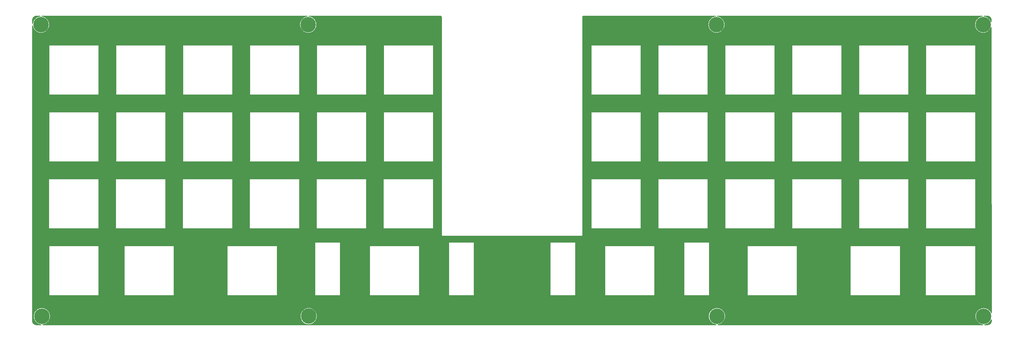
<source format=gbr>
%TF.GenerationSoftware,KiCad,Pcbnew,(6.0.7)*%
%TF.CreationDate,2022-11-12T23:42:57+01:00*%
%TF.ProjectId,skoosk switchplate v1.1,736b6f6f-736b-4207-9377-69746368706c,rev?*%
%TF.SameCoordinates,Original*%
%TF.FileFunction,Copper,L1,Top*%
%TF.FilePolarity,Positive*%
%FSLAX46Y46*%
G04 Gerber Fmt 4.6, Leading zero omitted, Abs format (unit mm)*
G04 Created by KiCad (PCBNEW (6.0.7)) date 2022-11-12 23:42:57*
%MOMM*%
%LPD*%
G01*
G04 APERTURE LIST*
%TA.AperFunction,ComponentPad*%
%ADD10C,4.400000*%
%TD*%
G04 APERTURE END LIST*
D10*
%TO.P,H2,1,1*%
%TO.N,N/C*%
X81153000Y-91537469D03*
%TD*%
%TO.P,H3,1,1*%
%TO.N,N/C*%
X197231000Y-8509000D03*
%TD*%
%TO.P,H4,1,1*%
%TO.N,N/C*%
X273177000Y-8509000D03*
%TD*%
%TO.P,H1,1,1*%
%TO.N,N/C*%
X5207000Y-91567000D03*
%TD*%
%TO.P,H4,1,1*%
%TO.N,N/C*%
X273304000Y-91567000D03*
%TD*%
%TO.P,H1,1,1*%
%TO.N,N/C*%
X4953000Y-8509000D03*
%TD*%
%TO.P,H2,1,1*%
%TO.N,N/C*%
X81019500Y-8509000D03*
%TD*%
%TO.P,H3,1,1*%
%TO.N,N/C*%
X197380100Y-91567000D03*
%TD*%
%TA.AperFunction,NonConductor*%
G36*
X274324935Y-5970388D02*
G01*
X274433342Y-5978912D01*
X274434266Y-5978989D01*
X274465536Y-5981722D01*
X274514073Y-5985966D01*
X274532506Y-5988967D01*
X274591495Y-6003125D01*
X274632792Y-6013037D01*
X274635921Y-6013831D01*
X274719007Y-6036089D01*
X274734600Y-6041382D01*
X274828798Y-6080397D01*
X274833829Y-6082610D01*
X274912696Y-6119383D01*
X274925282Y-6126146D01*
X275011804Y-6179164D01*
X275018240Y-6183383D01*
X275089845Y-6233519D01*
X275099397Y-6240914D01*
X275176445Y-6306719D01*
X275183699Y-6313425D01*
X275245575Y-6375301D01*
X275252281Y-6382555D01*
X275318086Y-6459603D01*
X275325481Y-6469155D01*
X275375617Y-6540760D01*
X275379836Y-6547196D01*
X275432854Y-6633718D01*
X275439617Y-6646304D01*
X275476390Y-6725171D01*
X275478603Y-6730202D01*
X275517618Y-6824400D01*
X275522911Y-6839993D01*
X275545169Y-6923079D01*
X275545967Y-6926225D01*
X275570033Y-7026494D01*
X275573034Y-7044927D01*
X275580004Y-7124648D01*
X275580095Y-7125745D01*
X275588614Y-7234091D01*
X275589002Y-7243913D01*
X275589198Y-7695014D01*
X275569226Y-7763144D01*
X275515590Y-7809660D01*
X275445321Y-7819794D01*
X275380727Y-7790329D01*
X275343885Y-7735570D01*
X275308271Y-7630654D01*
X275308271Y-7630653D01*
X275306945Y-7626748D01*
X275173566Y-7356282D01*
X275098512Y-7243955D01*
X275008318Y-7108970D01*
X275008314Y-7108965D01*
X275006025Y-7105539D01*
X275003311Y-7102445D01*
X275003307Y-7102439D01*
X274809898Y-6881900D01*
X274807189Y-6878811D01*
X274745206Y-6824453D01*
X274583561Y-6682693D01*
X274583555Y-6682689D01*
X274580461Y-6679975D01*
X274577035Y-6677686D01*
X274577030Y-6677682D01*
X274333151Y-6514728D01*
X274329718Y-6512434D01*
X274326019Y-6510610D01*
X274326014Y-6510607D01*
X274187166Y-6442135D01*
X274059252Y-6379055D01*
X274048193Y-6375301D01*
X273777604Y-6283448D01*
X273777600Y-6283447D01*
X273773691Y-6282120D01*
X273769647Y-6281316D01*
X273769641Y-6281314D01*
X273481959Y-6224090D01*
X273481953Y-6224089D01*
X273477920Y-6223287D01*
X273473815Y-6223018D01*
X273473808Y-6223017D01*
X273454164Y-6221730D01*
X273387498Y-6197316D01*
X273344614Y-6140734D01*
X273339127Y-6069950D01*
X273372781Y-6007436D01*
X273434889Y-5973041D01*
X273462405Y-5970000D01*
X274315058Y-5970000D01*
X274324935Y-5970388D01*
G37*
%TD.AperFunction*%
%TA.AperFunction,NonConductor*%
G36*
X4735716Y-5990002D02*
G01*
X4782209Y-6043658D01*
X4792313Y-6113932D01*
X4762819Y-6178512D01*
X4703093Y-6216896D01*
X4675836Y-6221730D01*
X4656192Y-6223017D01*
X4656185Y-6223018D01*
X4652080Y-6223287D01*
X4648047Y-6224089D01*
X4648041Y-6224090D01*
X4360359Y-6281314D01*
X4360353Y-6281316D01*
X4356309Y-6282120D01*
X4352400Y-6283447D01*
X4352396Y-6283448D01*
X4081807Y-6375301D01*
X4070748Y-6379055D01*
X3942834Y-6442135D01*
X3803986Y-6510607D01*
X3803981Y-6510610D01*
X3800282Y-6512434D01*
X3796849Y-6514728D01*
X3552970Y-6677682D01*
X3552965Y-6677686D01*
X3549539Y-6679975D01*
X3546445Y-6682689D01*
X3546439Y-6682693D01*
X3384794Y-6824453D01*
X3322811Y-6878811D01*
X3320102Y-6881900D01*
X3126693Y-7102439D01*
X3126689Y-7102445D01*
X3123975Y-7105539D01*
X3121686Y-7108965D01*
X3121682Y-7108970D01*
X3031488Y-7243955D01*
X2956434Y-7356282D01*
X2823055Y-7626748D01*
X2821729Y-7630653D01*
X2821729Y-7630654D01*
X2757525Y-7819794D01*
X2726120Y-7912309D01*
X2725316Y-7916353D01*
X2725314Y-7916359D01*
X2672605Y-8181345D01*
X2639697Y-8244254D01*
X2578002Y-8279386D01*
X2507108Y-8275586D01*
X2449522Y-8234060D01*
X2423527Y-8167993D01*
X2423026Y-8156763D01*
X2423026Y-7243955D01*
X2423414Y-7234070D01*
X2423981Y-7226866D01*
X2431986Y-7125160D01*
X2432047Y-7124425D01*
X2438996Y-7044975D01*
X2441997Y-7026543D01*
X2466140Y-6925978D01*
X2466929Y-6922870D01*
X2489123Y-6840042D01*
X2494416Y-6824453D01*
X2533494Y-6730113D01*
X2535707Y-6725083D01*
X2572411Y-6646370D01*
X2579174Y-6633783D01*
X2632281Y-6547122D01*
X2636499Y-6540688D01*
X2686538Y-6469226D01*
X2693929Y-6459680D01*
X2694004Y-6459593D01*
X2759828Y-6382523D01*
X2766544Y-6375259D01*
X2828287Y-6313516D01*
X2835552Y-6306800D01*
X2912695Y-6240914D01*
X2922254Y-6233512D01*
X2993717Y-6183473D01*
X3000154Y-6179253D01*
X3086816Y-6126147D01*
X3099401Y-6119385D01*
X3178094Y-6082691D01*
X3183125Y-6080477D01*
X3277478Y-6041395D01*
X3293084Y-6036098D01*
X3375825Y-6013927D01*
X3378991Y-6013122D01*
X3459705Y-5993745D01*
X3479570Y-5988976D01*
X3498002Y-5985974D01*
X3576953Y-5979067D01*
X3578048Y-5978976D01*
X3687171Y-5970388D01*
X3697057Y-5970000D01*
X4667595Y-5970000D01*
X4735716Y-5990002D01*
G37*
%TD.AperFunction*%
%TA.AperFunction,NonConductor*%
G36*
X275571352Y-92496041D02*
G01*
X275616229Y-92551056D01*
X275626109Y-92599911D01*
X275626160Y-92716014D01*
X275626210Y-92832018D01*
X275625822Y-92841955D01*
X275617339Y-92949750D01*
X275617282Y-92950433D01*
X275610216Y-93031149D01*
X275607218Y-93049559D01*
X275583257Y-93149364D01*
X275582464Y-93152485D01*
X275579226Y-93164569D01*
X275560066Y-93236074D01*
X275554768Y-93251679D01*
X275515901Y-93345515D01*
X275513687Y-93350547D01*
X275476746Y-93429768D01*
X275469987Y-93442348D01*
X275417111Y-93528634D01*
X275412912Y-93535038D01*
X275391658Y-93565393D01*
X275362583Y-93606916D01*
X275355181Y-93616475D01*
X275289570Y-93693296D01*
X275282855Y-93700561D01*
X275220769Y-93762648D01*
X275213503Y-93769364D01*
X275136682Y-93834975D01*
X275127124Y-93842376D01*
X275055267Y-93892692D01*
X275048830Y-93896912D01*
X274962565Y-93949776D01*
X274949981Y-93956538D01*
X274870761Y-93993480D01*
X274865749Y-93995686D01*
X274771880Y-94034569D01*
X274756284Y-94039862D01*
X274672697Y-94062260D01*
X274669548Y-94063060D01*
X274621840Y-94074514D01*
X274569792Y-94087010D01*
X274551362Y-94090012D01*
X274527382Y-94092111D01*
X274470039Y-94097128D01*
X274469324Y-94097188D01*
X274362294Y-94105612D01*
X274352409Y-94106000D01*
X273589405Y-94106000D01*
X273521284Y-94085998D01*
X273474791Y-94032342D01*
X273464687Y-93962068D01*
X273494181Y-93897488D01*
X273553907Y-93859104D01*
X273581164Y-93854270D01*
X273600808Y-93852983D01*
X273600815Y-93852982D01*
X273604920Y-93852713D01*
X273608953Y-93851911D01*
X273608959Y-93851910D01*
X273896641Y-93794686D01*
X273896647Y-93794684D01*
X273900691Y-93793880D01*
X273904600Y-93792553D01*
X273904604Y-93792552D01*
X274182346Y-93698271D01*
X274182347Y-93698271D01*
X274186252Y-93696945D01*
X274349429Y-93616475D01*
X274453014Y-93565393D01*
X274453019Y-93565390D01*
X274456718Y-93563566D01*
X274516467Y-93523643D01*
X274704030Y-93398318D01*
X274704035Y-93398314D01*
X274707461Y-93396025D01*
X274710555Y-93393311D01*
X274710561Y-93393307D01*
X274931100Y-93199898D01*
X274934189Y-93197189D01*
X275063644Y-93049575D01*
X275130307Y-92973561D01*
X275130311Y-92973555D01*
X275133025Y-92970461D01*
X275146333Y-92950545D01*
X275298272Y-92723151D01*
X275300566Y-92719718D01*
X275387103Y-92544238D01*
X275435171Y-92491989D01*
X275503857Y-92474022D01*
X275571352Y-92496041D01*
G37*
%TD.AperFunction*%
%TA.AperFunction,NonConductor*%
G36*
X80802216Y-5990002D02*
G01*
X80848709Y-6043658D01*
X80858813Y-6113932D01*
X80829319Y-6178512D01*
X80769593Y-6216896D01*
X80742336Y-6221730D01*
X80722692Y-6223017D01*
X80722685Y-6223018D01*
X80718580Y-6223287D01*
X80714547Y-6224089D01*
X80714541Y-6224090D01*
X80426859Y-6281314D01*
X80426853Y-6281316D01*
X80422809Y-6282120D01*
X80418900Y-6283447D01*
X80418896Y-6283448D01*
X80148307Y-6375301D01*
X80137248Y-6379055D01*
X80009334Y-6442135D01*
X79870486Y-6510607D01*
X79870481Y-6510610D01*
X79866782Y-6512434D01*
X79863349Y-6514728D01*
X79619470Y-6677682D01*
X79619465Y-6677686D01*
X79616039Y-6679975D01*
X79612945Y-6682689D01*
X79612939Y-6682693D01*
X79451294Y-6824453D01*
X79389311Y-6878811D01*
X79386602Y-6881900D01*
X79193193Y-7102439D01*
X79193189Y-7102445D01*
X79190475Y-7105539D01*
X79188186Y-7108965D01*
X79188182Y-7108970D01*
X79097988Y-7243955D01*
X79022934Y-7356282D01*
X78889555Y-7626748D01*
X78888229Y-7630653D01*
X78888229Y-7630654D01*
X78824025Y-7819794D01*
X78792620Y-7912309D01*
X78791816Y-7916353D01*
X78791814Y-7916359D01*
X78741761Y-8167993D01*
X78733787Y-8208080D01*
X78714064Y-8509000D01*
X78714334Y-8513119D01*
X78732686Y-8793116D01*
X78733787Y-8809920D01*
X78734589Y-8813953D01*
X78734590Y-8813959D01*
X78791814Y-9101641D01*
X78792620Y-9105691D01*
X78793947Y-9109600D01*
X78793948Y-9109604D01*
X78844051Y-9257201D01*
X78889555Y-9391252D01*
X79022934Y-9661718D01*
X79190475Y-9912461D01*
X79193189Y-9915555D01*
X79193193Y-9915561D01*
X79386602Y-10136100D01*
X79389311Y-10139189D01*
X79392400Y-10141898D01*
X79612939Y-10335307D01*
X79612945Y-10335311D01*
X79616039Y-10338025D01*
X79619465Y-10340314D01*
X79619470Y-10340318D01*
X79807033Y-10465643D01*
X79866782Y-10505566D01*
X79870481Y-10507390D01*
X79870486Y-10507393D01*
X80009334Y-10575865D01*
X80137248Y-10638945D01*
X80141153Y-10640271D01*
X80141154Y-10640271D01*
X80418896Y-10734552D01*
X80418900Y-10734553D01*
X80422809Y-10735880D01*
X80426853Y-10736684D01*
X80426859Y-10736686D01*
X80714541Y-10793910D01*
X80714547Y-10793911D01*
X80718580Y-10794713D01*
X80722685Y-10794982D01*
X80722692Y-10794983D01*
X81015381Y-10814166D01*
X81019500Y-10814436D01*
X81023619Y-10814166D01*
X81316308Y-10794983D01*
X81316315Y-10794982D01*
X81320420Y-10794713D01*
X81324453Y-10793911D01*
X81324459Y-10793910D01*
X81612141Y-10736686D01*
X81612147Y-10736684D01*
X81616191Y-10735880D01*
X81620100Y-10734553D01*
X81620104Y-10734552D01*
X81897846Y-10640271D01*
X81897847Y-10640271D01*
X81901752Y-10638945D01*
X82029666Y-10575865D01*
X82168514Y-10507393D01*
X82168519Y-10507390D01*
X82172218Y-10505566D01*
X82231967Y-10465643D01*
X82419530Y-10340318D01*
X82419535Y-10340314D01*
X82422961Y-10338025D01*
X82426055Y-10335311D01*
X82426061Y-10335307D01*
X82646600Y-10141898D01*
X82649689Y-10139189D01*
X82652398Y-10136100D01*
X82845807Y-9915561D01*
X82845811Y-9915555D01*
X82848525Y-9912461D01*
X83016066Y-9661718D01*
X83149445Y-9391252D01*
X83194949Y-9257201D01*
X83245052Y-9109604D01*
X83245053Y-9109600D01*
X83246380Y-9105691D01*
X83247186Y-9101641D01*
X83304410Y-8813959D01*
X83304411Y-8813953D01*
X83305213Y-8809920D01*
X83306315Y-8793116D01*
X83324666Y-8513119D01*
X83324936Y-8509000D01*
X83305213Y-8208080D01*
X83297240Y-8167993D01*
X83247186Y-7916359D01*
X83247184Y-7916353D01*
X83246380Y-7912309D01*
X83214976Y-7819794D01*
X83150771Y-7630654D01*
X83150771Y-7630653D01*
X83149445Y-7626748D01*
X83016066Y-7356282D01*
X82941012Y-7243955D01*
X82850818Y-7108970D01*
X82850814Y-7108965D01*
X82848525Y-7105539D01*
X82845811Y-7102445D01*
X82845807Y-7102439D01*
X82652398Y-6881900D01*
X82649689Y-6878811D01*
X82587706Y-6824453D01*
X82426061Y-6682693D01*
X82426055Y-6682689D01*
X82422961Y-6679975D01*
X82419535Y-6677686D01*
X82419530Y-6677682D01*
X82175651Y-6514728D01*
X82172218Y-6512434D01*
X82168519Y-6510610D01*
X82168514Y-6510607D01*
X82029666Y-6442135D01*
X81901752Y-6379055D01*
X81890693Y-6375301D01*
X81620104Y-6283448D01*
X81620100Y-6283447D01*
X81616191Y-6282120D01*
X81612147Y-6281316D01*
X81612141Y-6281314D01*
X81324459Y-6224090D01*
X81324453Y-6224089D01*
X81320420Y-6223287D01*
X81316315Y-6223018D01*
X81316308Y-6223017D01*
X81296664Y-6221730D01*
X81229998Y-6197316D01*
X81187114Y-6140734D01*
X81181627Y-6069950D01*
X81215281Y-6007436D01*
X81277389Y-5973041D01*
X81304905Y-5970000D01*
X118669562Y-5970000D01*
X118686015Y-5971079D01*
X118700912Y-5973041D01*
X118713924Y-5974755D01*
X118717161Y-5975224D01*
X118767708Y-5983222D01*
X118796238Y-5991267D01*
X118796301Y-5991293D01*
X118826222Y-6003688D01*
X118835199Y-6007827D01*
X118847170Y-6013927D01*
X118871185Y-6026165D01*
X118890684Y-6038469D01*
X118917685Y-6059189D01*
X118930071Y-6070052D01*
X118940416Y-6080397D01*
X118957763Y-6097745D01*
X118968630Y-6110138D01*
X118989345Y-6137137D01*
X119001646Y-6156634D01*
X119019981Y-6192619D01*
X119024123Y-6201604D01*
X119036551Y-6231609D01*
X119044591Y-6260117D01*
X119052488Y-6309981D01*
X119052961Y-6313247D01*
X119056748Y-6342018D01*
X119057826Y-6358455D01*
X119060612Y-68297927D01*
X119056832Y-68297927D01*
X119056868Y-68298179D01*
X119057279Y-68298125D01*
X119070414Y-68397851D01*
X119108913Y-68490779D01*
X119170150Y-68570576D01*
X119249954Y-68631806D01*
X119342885Y-68670295D01*
X119351069Y-68671372D01*
X119351072Y-68671373D01*
X119442612Y-68683421D01*
X119442565Y-68683777D01*
X119442810Y-68683810D01*
X119442810Y-68680125D01*
X158685414Y-68680125D01*
X158685414Y-68683855D01*
X158685666Y-68683820D01*
X158685612Y-68683408D01*
X158777146Y-68671355D01*
X158777147Y-68671355D01*
X158785331Y-68670277D01*
X158878254Y-68631787D01*
X158958049Y-68570559D01*
X159019280Y-68490765D01*
X159057774Y-68397843D01*
X159070908Y-68298125D01*
X159071239Y-68298169D01*
X159071272Y-68297925D01*
X159067612Y-68297927D01*
X159066563Y-66551005D01*
X161670470Y-66551005D01*
X161670552Y-66551203D01*
X161670787Y-66551770D01*
X161671552Y-66552087D01*
X161671750Y-66552005D01*
X175671354Y-66552005D01*
X175671552Y-66552087D01*
X175672317Y-66551770D01*
X175672552Y-66551203D01*
X175672634Y-66551005D01*
X180720470Y-66551005D01*
X180720552Y-66551203D01*
X180720787Y-66551770D01*
X180721552Y-66552087D01*
X180721750Y-66552005D01*
X194721354Y-66552005D01*
X194721552Y-66552087D01*
X194722317Y-66551770D01*
X194722552Y-66551203D01*
X194722634Y-66551005D01*
X199770470Y-66551005D01*
X199770552Y-66551203D01*
X199770787Y-66551770D01*
X199771552Y-66552087D01*
X199771750Y-66552005D01*
X213771354Y-66552005D01*
X213771552Y-66552087D01*
X213772317Y-66551770D01*
X213772552Y-66551203D01*
X213772634Y-66551005D01*
X218820470Y-66551005D01*
X218820552Y-66551203D01*
X218820787Y-66551770D01*
X218821552Y-66552087D01*
X218821750Y-66552005D01*
X232821354Y-66552005D01*
X232821552Y-66552087D01*
X232822317Y-66551770D01*
X232822552Y-66551203D01*
X232822634Y-66551005D01*
X237870470Y-66551005D01*
X237870552Y-66551203D01*
X237870787Y-66551770D01*
X237871552Y-66552087D01*
X237871750Y-66552005D01*
X251871354Y-66552005D01*
X251871552Y-66552087D01*
X251872317Y-66551770D01*
X251872552Y-66551203D01*
X251872634Y-66551005D01*
X256920470Y-66551005D01*
X256920552Y-66551203D01*
X256920787Y-66551770D01*
X256921552Y-66552087D01*
X256921750Y-66552005D01*
X270921354Y-66552005D01*
X270921552Y-66552087D01*
X270922317Y-66551770D01*
X270922552Y-66551203D01*
X270922634Y-66551005D01*
X270922552Y-66550807D01*
X270922552Y-52551203D01*
X270922634Y-52551005D01*
X270922317Y-52550240D01*
X270921750Y-52550005D01*
X270921552Y-52549923D01*
X270921354Y-52550005D01*
X256921750Y-52550005D01*
X256921552Y-52549923D01*
X256921354Y-52550005D01*
X256920787Y-52550240D01*
X256920470Y-52551005D01*
X256920552Y-52551203D01*
X256920552Y-66550807D01*
X256920470Y-66551005D01*
X251872634Y-66551005D01*
X251872552Y-66550807D01*
X251872552Y-52551203D01*
X251872634Y-52551005D01*
X251872317Y-52550240D01*
X251871750Y-52550005D01*
X251871552Y-52549923D01*
X251871354Y-52550005D01*
X237871750Y-52550005D01*
X237871552Y-52549923D01*
X237871354Y-52550005D01*
X237870787Y-52550240D01*
X237870470Y-52551005D01*
X237870552Y-52551203D01*
X237870552Y-66550807D01*
X237870470Y-66551005D01*
X232822634Y-66551005D01*
X232822552Y-66550807D01*
X232822552Y-52551203D01*
X232822634Y-52551005D01*
X232822317Y-52550240D01*
X232821750Y-52550005D01*
X232821552Y-52549923D01*
X232821354Y-52550005D01*
X218821750Y-52550005D01*
X218821552Y-52549923D01*
X218821354Y-52550005D01*
X218820787Y-52550240D01*
X218820470Y-52551005D01*
X218820552Y-52551203D01*
X218820552Y-66550807D01*
X218820470Y-66551005D01*
X213772634Y-66551005D01*
X213772552Y-66550807D01*
X213772552Y-52551203D01*
X213772634Y-52551005D01*
X213772317Y-52550240D01*
X213771750Y-52550005D01*
X213771552Y-52549923D01*
X213771354Y-52550005D01*
X199771750Y-52550005D01*
X199771552Y-52549923D01*
X199771354Y-52550005D01*
X199770787Y-52550240D01*
X199770470Y-52551005D01*
X199770552Y-52551203D01*
X199770552Y-66550807D01*
X199770470Y-66551005D01*
X194722634Y-66551005D01*
X194722552Y-66550807D01*
X194722552Y-52551203D01*
X194722634Y-52551005D01*
X194722317Y-52550240D01*
X194721750Y-52550005D01*
X194721552Y-52549923D01*
X194721354Y-52550005D01*
X180721750Y-52550005D01*
X180721552Y-52549923D01*
X180721354Y-52550005D01*
X180720787Y-52550240D01*
X180720470Y-52551005D01*
X180720552Y-52551203D01*
X180720552Y-66550807D01*
X180720470Y-66551005D01*
X175672634Y-66551005D01*
X175672552Y-66550807D01*
X175672552Y-52551203D01*
X175672634Y-52551005D01*
X175672317Y-52550240D01*
X175671750Y-52550005D01*
X175671552Y-52549923D01*
X175671354Y-52550005D01*
X161671750Y-52550005D01*
X161671552Y-52549923D01*
X161671354Y-52550005D01*
X161670787Y-52550240D01*
X161670470Y-52551005D01*
X161670552Y-52551203D01*
X161670552Y-66550807D01*
X161670470Y-66551005D01*
X159066563Y-66551005D01*
X159055119Y-47500069D01*
X161670123Y-47500069D01*
X161670205Y-47500267D01*
X161670440Y-47500834D01*
X161671205Y-47501151D01*
X161671403Y-47501069D01*
X175671007Y-47501069D01*
X175671205Y-47501151D01*
X175671970Y-47500834D01*
X175672205Y-47500267D01*
X175672287Y-47500069D01*
X180720123Y-47500069D01*
X180720205Y-47500267D01*
X180720440Y-47500834D01*
X180721205Y-47501151D01*
X180721403Y-47501069D01*
X194721007Y-47501069D01*
X194721205Y-47501151D01*
X194721970Y-47500834D01*
X194722205Y-47500267D01*
X194722287Y-47500069D01*
X199770123Y-47500069D01*
X199770205Y-47500267D01*
X199770440Y-47500834D01*
X199771205Y-47501151D01*
X199771403Y-47501069D01*
X213771007Y-47501069D01*
X213771205Y-47501151D01*
X213771970Y-47500834D01*
X213772205Y-47500267D01*
X213772287Y-47500069D01*
X218820123Y-47500069D01*
X218820205Y-47500267D01*
X218820440Y-47500834D01*
X218821205Y-47501151D01*
X218821403Y-47501069D01*
X232821007Y-47501069D01*
X232821205Y-47501151D01*
X232821970Y-47500834D01*
X232822205Y-47500267D01*
X232822287Y-47500069D01*
X237870123Y-47500069D01*
X237870205Y-47500267D01*
X237870440Y-47500834D01*
X237871205Y-47501151D01*
X237871403Y-47501069D01*
X251871007Y-47501069D01*
X251871205Y-47501151D01*
X251871970Y-47500834D01*
X251872205Y-47500267D01*
X251872287Y-47500069D01*
X256920123Y-47500069D01*
X256920205Y-47500267D01*
X256920440Y-47500834D01*
X256921205Y-47501151D01*
X256921403Y-47501069D01*
X270921007Y-47501069D01*
X270921205Y-47501151D01*
X270921970Y-47500834D01*
X270922205Y-47500267D01*
X270922287Y-47500069D01*
X270922205Y-47499871D01*
X270922205Y-33500267D01*
X270922287Y-33500069D01*
X270921970Y-33499304D01*
X270921403Y-33499069D01*
X270921205Y-33498987D01*
X270921007Y-33499069D01*
X256921403Y-33499069D01*
X256921205Y-33498987D01*
X256921007Y-33499069D01*
X256920440Y-33499304D01*
X256920123Y-33500069D01*
X256920205Y-33500267D01*
X256920205Y-47499871D01*
X256920123Y-47500069D01*
X251872287Y-47500069D01*
X251872205Y-47499871D01*
X251872205Y-33500267D01*
X251872287Y-33500069D01*
X251871970Y-33499304D01*
X251871403Y-33499069D01*
X251871205Y-33498987D01*
X251871007Y-33499069D01*
X237871403Y-33499069D01*
X237871205Y-33498987D01*
X237871007Y-33499069D01*
X237870440Y-33499304D01*
X237870123Y-33500069D01*
X237870205Y-33500267D01*
X237870205Y-47499871D01*
X237870123Y-47500069D01*
X232822287Y-47500069D01*
X232822205Y-47499871D01*
X232822205Y-33500267D01*
X232822287Y-33500069D01*
X232821970Y-33499304D01*
X232821403Y-33499069D01*
X232821205Y-33498987D01*
X232821007Y-33499069D01*
X218821403Y-33499069D01*
X218821205Y-33498987D01*
X218821007Y-33499069D01*
X218820440Y-33499304D01*
X218820123Y-33500069D01*
X218820205Y-33500267D01*
X218820205Y-47499871D01*
X218820123Y-47500069D01*
X213772287Y-47500069D01*
X213772205Y-47499871D01*
X213772205Y-33500267D01*
X213772287Y-33500069D01*
X213771970Y-33499304D01*
X213771403Y-33499069D01*
X213771205Y-33498987D01*
X213771007Y-33499069D01*
X199771403Y-33499069D01*
X199771205Y-33498987D01*
X199771007Y-33499069D01*
X199770440Y-33499304D01*
X199770123Y-33500069D01*
X199770205Y-33500267D01*
X199770205Y-47499871D01*
X199770123Y-47500069D01*
X194722287Y-47500069D01*
X194722205Y-47499871D01*
X194722205Y-33500267D01*
X194722287Y-33500069D01*
X194721970Y-33499304D01*
X194721403Y-33499069D01*
X194721205Y-33498987D01*
X194721007Y-33499069D01*
X180721403Y-33499069D01*
X180721205Y-33498987D01*
X180721007Y-33499069D01*
X180720440Y-33499304D01*
X180720123Y-33500069D01*
X180720205Y-33500267D01*
X180720205Y-47499871D01*
X180720123Y-47500069D01*
X175672287Y-47500069D01*
X175672205Y-47499871D01*
X175672205Y-33500267D01*
X175672287Y-33500069D01*
X175671970Y-33499304D01*
X175671403Y-33499069D01*
X175671205Y-33498987D01*
X175671007Y-33499069D01*
X161671403Y-33499069D01*
X161671205Y-33498987D01*
X161671007Y-33499069D01*
X161670440Y-33499304D01*
X161670123Y-33500069D01*
X161670205Y-33500267D01*
X161670205Y-47499871D01*
X161670123Y-47500069D01*
X159055119Y-47500069D01*
X159043675Y-28448548D01*
X161673867Y-28448548D01*
X161673949Y-28448746D01*
X161674184Y-28449313D01*
X161674949Y-28449630D01*
X161675147Y-28449548D01*
X175674751Y-28449548D01*
X175674949Y-28449630D01*
X175675714Y-28449313D01*
X175675949Y-28448746D01*
X175676031Y-28448548D01*
X180723867Y-28448548D01*
X180723949Y-28448746D01*
X180724184Y-28449313D01*
X180724949Y-28449630D01*
X180725147Y-28449548D01*
X194724751Y-28449548D01*
X194724949Y-28449630D01*
X194725714Y-28449313D01*
X194725949Y-28448746D01*
X194726031Y-28448548D01*
X199773867Y-28448548D01*
X199773949Y-28448746D01*
X199774184Y-28449313D01*
X199774949Y-28449630D01*
X199775147Y-28449548D01*
X213774751Y-28449548D01*
X213774949Y-28449630D01*
X213775714Y-28449313D01*
X213775949Y-28448746D01*
X213776031Y-28448548D01*
X218823867Y-28448548D01*
X218823949Y-28448746D01*
X218824184Y-28449313D01*
X218824949Y-28449630D01*
X218825147Y-28449548D01*
X232824751Y-28449548D01*
X232824949Y-28449630D01*
X232825714Y-28449313D01*
X232825949Y-28448746D01*
X232826031Y-28448548D01*
X237873867Y-28448548D01*
X237873949Y-28448746D01*
X237874184Y-28449313D01*
X237874949Y-28449630D01*
X237875147Y-28449548D01*
X251874751Y-28449548D01*
X251874949Y-28449630D01*
X251875714Y-28449313D01*
X251875949Y-28448746D01*
X251876031Y-28448548D01*
X256923867Y-28448548D01*
X256923949Y-28448746D01*
X256924184Y-28449313D01*
X256924949Y-28449630D01*
X256925147Y-28449548D01*
X270924751Y-28449548D01*
X270924949Y-28449630D01*
X270925714Y-28449313D01*
X270925949Y-28448746D01*
X270926031Y-28448548D01*
X270925949Y-28448350D01*
X270925949Y-14448746D01*
X270926031Y-14448548D01*
X270925714Y-14447783D01*
X270925147Y-14447548D01*
X270924949Y-14447466D01*
X270924751Y-14447548D01*
X256925147Y-14447548D01*
X256924949Y-14447466D01*
X256924751Y-14447548D01*
X256924184Y-14447783D01*
X256923867Y-14448548D01*
X256923949Y-14448746D01*
X256923949Y-28448350D01*
X256923867Y-28448548D01*
X251876031Y-28448548D01*
X251875949Y-28448350D01*
X251875949Y-14448746D01*
X251876031Y-14448548D01*
X251875714Y-14447783D01*
X251875147Y-14447548D01*
X251874949Y-14447466D01*
X251874751Y-14447548D01*
X237875147Y-14447548D01*
X237874949Y-14447466D01*
X237874751Y-14447548D01*
X237874184Y-14447783D01*
X237873867Y-14448548D01*
X237873949Y-14448746D01*
X237873949Y-28448350D01*
X237873867Y-28448548D01*
X232826031Y-28448548D01*
X232825949Y-28448350D01*
X232825949Y-14448746D01*
X232826031Y-14448548D01*
X232825714Y-14447783D01*
X232825147Y-14447548D01*
X232824949Y-14447466D01*
X232824751Y-14447548D01*
X218825147Y-14447548D01*
X218824949Y-14447466D01*
X218824751Y-14447548D01*
X218824184Y-14447783D01*
X218823867Y-14448548D01*
X218823949Y-14448746D01*
X218823949Y-28448350D01*
X218823867Y-28448548D01*
X213776031Y-28448548D01*
X213775949Y-28448350D01*
X213775949Y-14448746D01*
X213776031Y-14448548D01*
X213775714Y-14447783D01*
X213775147Y-14447548D01*
X213774949Y-14447466D01*
X213774751Y-14447548D01*
X199775147Y-14447548D01*
X199774949Y-14447466D01*
X199774751Y-14447548D01*
X199774184Y-14447783D01*
X199773867Y-14448548D01*
X199773949Y-14448746D01*
X199773949Y-28448350D01*
X199773867Y-28448548D01*
X194726031Y-28448548D01*
X194725949Y-28448350D01*
X194725949Y-14448746D01*
X194726031Y-14448548D01*
X194725714Y-14447783D01*
X194725147Y-14447548D01*
X194724949Y-14447466D01*
X194724751Y-14447548D01*
X180725147Y-14447548D01*
X180724949Y-14447466D01*
X180724751Y-14447548D01*
X180724184Y-14447783D01*
X180723867Y-14448548D01*
X180723949Y-14448746D01*
X180723949Y-28448350D01*
X180723867Y-28448548D01*
X175676031Y-28448548D01*
X175675949Y-28448350D01*
X175675949Y-14448746D01*
X175676031Y-14448548D01*
X175675714Y-14447783D01*
X175675147Y-14447548D01*
X175674949Y-14447466D01*
X175674751Y-14447548D01*
X161675147Y-14447548D01*
X161674949Y-14447466D01*
X161674751Y-14447548D01*
X161674184Y-14447783D01*
X161673867Y-14448548D01*
X161673949Y-14448746D01*
X161673949Y-28448350D01*
X161673867Y-28448548D01*
X159043675Y-28448548D01*
X159030405Y-6358297D01*
X159031483Y-6341775D01*
X159035109Y-6314232D01*
X159035582Y-6310970D01*
X159039941Y-6283448D01*
X159043653Y-6260009D01*
X159051691Y-6231507D01*
X159063956Y-6201896D01*
X159068094Y-6192921D01*
X159075058Y-6179253D01*
X159086646Y-6156511D01*
X159098948Y-6137013D01*
X159119459Y-6110283D01*
X159130326Y-6097893D01*
X159158293Y-6069926D01*
X159170683Y-6059059D01*
X159193720Y-6041382D01*
X159197416Y-6038546D01*
X159216911Y-6026246D01*
X159253322Y-6007693D01*
X159262296Y-6003556D01*
X159291907Y-5991291D01*
X159320409Y-5983253D01*
X159346838Y-5979067D01*
X159371370Y-5975182D01*
X159374632Y-5974709D01*
X159402215Y-5971078D01*
X159418658Y-5970000D01*
X196945595Y-5970000D01*
X197013716Y-5990002D01*
X197060209Y-6043658D01*
X197070313Y-6113932D01*
X197040819Y-6178512D01*
X196981093Y-6216896D01*
X196953836Y-6221730D01*
X196934192Y-6223017D01*
X196934185Y-6223018D01*
X196930080Y-6223287D01*
X196926047Y-6224089D01*
X196926041Y-6224090D01*
X196638359Y-6281314D01*
X196638353Y-6281316D01*
X196634309Y-6282120D01*
X196630400Y-6283447D01*
X196630396Y-6283448D01*
X196359807Y-6375301D01*
X196348748Y-6379055D01*
X196220834Y-6442135D01*
X196081986Y-6510607D01*
X196081981Y-6510610D01*
X196078282Y-6512434D01*
X196074849Y-6514728D01*
X195830970Y-6677682D01*
X195830965Y-6677686D01*
X195827539Y-6679975D01*
X195824445Y-6682689D01*
X195824439Y-6682693D01*
X195662794Y-6824453D01*
X195600811Y-6878811D01*
X195598102Y-6881900D01*
X195404693Y-7102439D01*
X195404689Y-7102445D01*
X195401975Y-7105539D01*
X195399686Y-7108965D01*
X195399682Y-7108970D01*
X195309488Y-7243955D01*
X195234434Y-7356282D01*
X195101055Y-7626748D01*
X195099729Y-7630653D01*
X195099729Y-7630654D01*
X195035525Y-7819794D01*
X195004120Y-7912309D01*
X195003316Y-7916353D01*
X195003314Y-7916359D01*
X194953261Y-8167993D01*
X194945287Y-8208080D01*
X194925564Y-8509000D01*
X194925834Y-8513119D01*
X194944186Y-8793116D01*
X194945287Y-8809920D01*
X194946089Y-8813953D01*
X194946090Y-8813959D01*
X195003314Y-9101641D01*
X195004120Y-9105691D01*
X195005447Y-9109600D01*
X195005448Y-9109604D01*
X195055551Y-9257201D01*
X195101055Y-9391252D01*
X195234434Y-9661718D01*
X195401975Y-9912461D01*
X195404689Y-9915555D01*
X195404693Y-9915561D01*
X195598102Y-10136100D01*
X195600811Y-10139189D01*
X195603900Y-10141898D01*
X195824439Y-10335307D01*
X195824445Y-10335311D01*
X195827539Y-10338025D01*
X195830965Y-10340314D01*
X195830970Y-10340318D01*
X196018533Y-10465643D01*
X196078282Y-10505566D01*
X196081981Y-10507390D01*
X196081986Y-10507393D01*
X196220834Y-10575865D01*
X196348748Y-10638945D01*
X196352653Y-10640271D01*
X196352654Y-10640271D01*
X196630396Y-10734552D01*
X196630400Y-10734553D01*
X196634309Y-10735880D01*
X196638353Y-10736684D01*
X196638359Y-10736686D01*
X196926041Y-10793910D01*
X196926047Y-10793911D01*
X196930080Y-10794713D01*
X196934185Y-10794982D01*
X196934192Y-10794983D01*
X197226881Y-10814166D01*
X197231000Y-10814436D01*
X197235119Y-10814166D01*
X197527808Y-10794983D01*
X197527815Y-10794982D01*
X197531920Y-10794713D01*
X197535953Y-10793911D01*
X197535959Y-10793910D01*
X197823641Y-10736686D01*
X197823647Y-10736684D01*
X197827691Y-10735880D01*
X197831600Y-10734553D01*
X197831604Y-10734552D01*
X198109346Y-10640271D01*
X198109347Y-10640271D01*
X198113252Y-10638945D01*
X198241166Y-10575865D01*
X198380014Y-10507393D01*
X198380019Y-10507390D01*
X198383718Y-10505566D01*
X198443467Y-10465643D01*
X198631030Y-10340318D01*
X198631035Y-10340314D01*
X198634461Y-10338025D01*
X198637555Y-10335311D01*
X198637561Y-10335307D01*
X198858100Y-10141898D01*
X198861189Y-10139189D01*
X198863898Y-10136100D01*
X199057307Y-9915561D01*
X199057311Y-9915555D01*
X199060025Y-9912461D01*
X199227566Y-9661718D01*
X199360945Y-9391252D01*
X199406449Y-9257201D01*
X199456552Y-9109604D01*
X199456553Y-9109600D01*
X199457880Y-9105691D01*
X199458686Y-9101641D01*
X199515910Y-8813959D01*
X199515911Y-8813953D01*
X199516713Y-8809920D01*
X199517815Y-8793116D01*
X199536166Y-8513119D01*
X199536436Y-8509000D01*
X199516713Y-8208080D01*
X199508740Y-8167993D01*
X199458686Y-7916359D01*
X199458684Y-7916353D01*
X199457880Y-7912309D01*
X199426476Y-7819794D01*
X199362271Y-7630654D01*
X199362271Y-7630653D01*
X199360945Y-7626748D01*
X199227566Y-7356282D01*
X199152512Y-7243955D01*
X199062318Y-7108970D01*
X199062314Y-7108965D01*
X199060025Y-7105539D01*
X199057311Y-7102445D01*
X199057307Y-7102439D01*
X198863898Y-6881900D01*
X198861189Y-6878811D01*
X198799206Y-6824453D01*
X198637561Y-6682693D01*
X198637555Y-6682689D01*
X198634461Y-6679975D01*
X198631035Y-6677686D01*
X198631030Y-6677682D01*
X198387151Y-6514728D01*
X198383718Y-6512434D01*
X198380019Y-6510610D01*
X198380014Y-6510607D01*
X198241166Y-6442135D01*
X198113252Y-6379055D01*
X198102193Y-6375301D01*
X197831604Y-6283448D01*
X197831600Y-6283447D01*
X197827691Y-6282120D01*
X197823647Y-6281316D01*
X197823641Y-6281314D01*
X197535959Y-6224090D01*
X197535953Y-6224089D01*
X197531920Y-6223287D01*
X197527815Y-6223018D01*
X197527808Y-6223017D01*
X197508164Y-6221730D01*
X197441498Y-6197316D01*
X197398614Y-6140734D01*
X197393127Y-6069950D01*
X197426781Y-6007436D01*
X197488889Y-5973041D01*
X197516405Y-5970000D01*
X272891595Y-5970000D01*
X272959716Y-5990002D01*
X273006209Y-6043658D01*
X273016313Y-6113932D01*
X272986819Y-6178512D01*
X272927093Y-6216896D01*
X272899836Y-6221730D01*
X272880192Y-6223017D01*
X272880185Y-6223018D01*
X272876080Y-6223287D01*
X272872047Y-6224089D01*
X272872041Y-6224090D01*
X272584359Y-6281314D01*
X272584353Y-6281316D01*
X272580309Y-6282120D01*
X272576400Y-6283447D01*
X272576396Y-6283448D01*
X272305807Y-6375301D01*
X272294748Y-6379055D01*
X272166834Y-6442135D01*
X272027986Y-6510607D01*
X272027981Y-6510610D01*
X272024282Y-6512434D01*
X272020849Y-6514728D01*
X271776970Y-6677682D01*
X271776965Y-6677686D01*
X271773539Y-6679975D01*
X271770445Y-6682689D01*
X271770439Y-6682693D01*
X271608794Y-6824453D01*
X271546811Y-6878811D01*
X271544102Y-6881900D01*
X271350693Y-7102439D01*
X271350689Y-7102445D01*
X271347975Y-7105539D01*
X271345686Y-7108965D01*
X271345682Y-7108970D01*
X271255488Y-7243955D01*
X271180434Y-7356282D01*
X271047055Y-7626748D01*
X271045729Y-7630653D01*
X271045729Y-7630654D01*
X270981525Y-7819794D01*
X270950120Y-7912309D01*
X270949316Y-7916353D01*
X270949314Y-7916359D01*
X270899261Y-8167993D01*
X270891287Y-8208080D01*
X270871564Y-8509000D01*
X270871834Y-8513119D01*
X270890186Y-8793116D01*
X270891287Y-8809920D01*
X270892089Y-8813953D01*
X270892090Y-8813959D01*
X270949314Y-9101641D01*
X270950120Y-9105691D01*
X270951447Y-9109600D01*
X270951448Y-9109604D01*
X271001551Y-9257201D01*
X271047055Y-9391252D01*
X271180434Y-9661718D01*
X271347975Y-9912461D01*
X271350689Y-9915555D01*
X271350693Y-9915561D01*
X271544102Y-10136100D01*
X271546811Y-10139189D01*
X271549900Y-10141898D01*
X271770439Y-10335307D01*
X271770445Y-10335311D01*
X271773539Y-10338025D01*
X271776965Y-10340314D01*
X271776970Y-10340318D01*
X271964533Y-10465643D01*
X272024282Y-10505566D01*
X272027981Y-10507390D01*
X272027986Y-10507393D01*
X272166834Y-10575865D01*
X272294748Y-10638945D01*
X272298653Y-10640271D01*
X272298654Y-10640271D01*
X272576396Y-10734552D01*
X272576400Y-10734553D01*
X272580309Y-10735880D01*
X272584353Y-10736684D01*
X272584359Y-10736686D01*
X272872041Y-10793910D01*
X272872047Y-10793911D01*
X272876080Y-10794713D01*
X272880185Y-10794982D01*
X272880192Y-10794983D01*
X273172881Y-10814166D01*
X273177000Y-10814436D01*
X273181119Y-10814166D01*
X273473808Y-10794983D01*
X273473815Y-10794982D01*
X273477920Y-10794713D01*
X273481953Y-10793911D01*
X273481959Y-10793910D01*
X273769641Y-10736686D01*
X273769647Y-10736684D01*
X273773691Y-10735880D01*
X273777600Y-10734553D01*
X273777604Y-10734552D01*
X274055346Y-10640271D01*
X274055347Y-10640271D01*
X274059252Y-10638945D01*
X274187166Y-10575865D01*
X274326014Y-10507393D01*
X274326019Y-10507390D01*
X274329718Y-10505566D01*
X274389467Y-10465643D01*
X274577030Y-10340318D01*
X274577035Y-10340314D01*
X274580461Y-10338025D01*
X274583555Y-10335311D01*
X274583561Y-10335307D01*
X274804100Y-10141898D01*
X274807189Y-10139189D01*
X274809898Y-10136100D01*
X275003307Y-9915561D01*
X275003311Y-9915555D01*
X275006025Y-9912461D01*
X275173566Y-9661718D01*
X275306945Y-9391252D01*
X275344592Y-9280346D01*
X275385429Y-9222271D01*
X275451182Y-9195493D01*
X275520974Y-9208514D01*
X275572648Y-9257201D01*
X275589905Y-9320794D01*
X275598222Y-28451207D01*
X275625210Y-90532156D01*
X275605238Y-90600286D01*
X275551602Y-90646802D01*
X275481333Y-90656936D01*
X275416739Y-90627471D01*
X275386204Y-90587939D01*
X275302393Y-90417986D01*
X275302390Y-90417981D01*
X275300566Y-90414282D01*
X275133025Y-90163539D01*
X275130311Y-90160445D01*
X275130307Y-90160439D01*
X274936898Y-89939900D01*
X274934189Y-89936811D01*
X274904038Y-89910369D01*
X274710561Y-89740693D01*
X274710555Y-89740689D01*
X274707461Y-89737975D01*
X274704035Y-89735686D01*
X274704030Y-89735682D01*
X274460151Y-89572728D01*
X274456718Y-89570434D01*
X274453019Y-89568610D01*
X274453014Y-89568607D01*
X274314166Y-89500135D01*
X274186252Y-89437055D01*
X274099257Y-89407524D01*
X273904604Y-89341448D01*
X273904600Y-89341447D01*
X273900691Y-89340120D01*
X273896647Y-89339316D01*
X273896641Y-89339314D01*
X273608959Y-89282090D01*
X273608953Y-89282089D01*
X273604920Y-89281287D01*
X273600815Y-89281018D01*
X273600808Y-89281017D01*
X273308119Y-89261834D01*
X273304000Y-89261564D01*
X273299881Y-89261834D01*
X273007192Y-89281017D01*
X273007185Y-89281018D01*
X273003080Y-89281287D01*
X272999047Y-89282089D01*
X272999041Y-89282090D01*
X272711359Y-89339314D01*
X272711353Y-89339316D01*
X272707309Y-89340120D01*
X272703400Y-89341447D01*
X272703396Y-89341448D01*
X272508743Y-89407524D01*
X272421748Y-89437055D01*
X272293834Y-89500135D01*
X272154986Y-89568607D01*
X272154981Y-89568610D01*
X272151282Y-89570434D01*
X272147849Y-89572728D01*
X271903970Y-89735682D01*
X271903965Y-89735686D01*
X271900539Y-89737975D01*
X271897445Y-89740689D01*
X271897439Y-89740693D01*
X271703962Y-89910369D01*
X271673811Y-89936811D01*
X271671102Y-89939900D01*
X271477693Y-90160439D01*
X271477689Y-90160445D01*
X271474975Y-90163539D01*
X271307434Y-90414282D01*
X271174055Y-90684748D01*
X271172729Y-90688653D01*
X271172729Y-90688654D01*
X271085770Y-90944828D01*
X271077120Y-90970309D01*
X271076316Y-90974353D01*
X271076314Y-90974359D01*
X271024965Y-91232510D01*
X271018287Y-91266080D01*
X270998564Y-91567000D01*
X271018287Y-91867920D01*
X271019089Y-91871953D01*
X271019090Y-91871959D01*
X271072024Y-92138073D01*
X271077120Y-92163691D01*
X271078447Y-92167600D01*
X271078448Y-92167604D01*
X271165286Y-92423419D01*
X271174055Y-92449252D01*
X271307434Y-92719718D01*
X271309728Y-92723151D01*
X271461668Y-92950545D01*
X271474975Y-92970461D01*
X271477689Y-92973555D01*
X271477693Y-92973561D01*
X271544356Y-93049575D01*
X271673811Y-93197189D01*
X271676900Y-93199898D01*
X271897439Y-93393307D01*
X271897445Y-93393311D01*
X271900539Y-93396025D01*
X271903965Y-93398314D01*
X271903970Y-93398318D01*
X272091533Y-93523643D01*
X272151282Y-93563566D01*
X272154981Y-93565390D01*
X272154986Y-93565393D01*
X272258571Y-93616475D01*
X272421748Y-93696945D01*
X272425653Y-93698271D01*
X272425654Y-93698271D01*
X272703396Y-93792552D01*
X272703400Y-93792553D01*
X272707309Y-93793880D01*
X272711353Y-93794684D01*
X272711359Y-93794686D01*
X272999041Y-93851910D01*
X272999047Y-93851911D01*
X273003080Y-93852713D01*
X273007185Y-93852982D01*
X273007192Y-93852983D01*
X273026836Y-93854270D01*
X273093502Y-93878684D01*
X273136386Y-93935266D01*
X273141873Y-94006050D01*
X273108219Y-94068564D01*
X273046111Y-94102959D01*
X273018595Y-94106000D01*
X197665505Y-94106000D01*
X197597384Y-94085998D01*
X197550891Y-94032342D01*
X197540787Y-93962068D01*
X197570281Y-93897488D01*
X197630007Y-93859104D01*
X197657264Y-93854270D01*
X197676908Y-93852983D01*
X197676915Y-93852982D01*
X197681020Y-93852713D01*
X197685053Y-93851911D01*
X197685059Y-93851910D01*
X197972741Y-93794686D01*
X197972747Y-93794684D01*
X197976791Y-93793880D01*
X197980700Y-93792553D01*
X197980704Y-93792552D01*
X198258446Y-93698271D01*
X198258447Y-93698271D01*
X198262352Y-93696945D01*
X198425529Y-93616475D01*
X198529114Y-93565393D01*
X198529119Y-93565390D01*
X198532818Y-93563566D01*
X198592567Y-93523643D01*
X198780130Y-93398318D01*
X198780135Y-93398314D01*
X198783561Y-93396025D01*
X198786655Y-93393311D01*
X198786661Y-93393307D01*
X199007200Y-93199898D01*
X199010289Y-93197189D01*
X199139744Y-93049575D01*
X199206407Y-92973561D01*
X199206411Y-92973555D01*
X199209125Y-92970461D01*
X199222433Y-92950545D01*
X199374372Y-92723151D01*
X199376666Y-92719718D01*
X199510045Y-92449252D01*
X199518814Y-92423419D01*
X199605652Y-92167604D01*
X199605653Y-92167600D01*
X199606980Y-92163691D01*
X199612076Y-92138073D01*
X199665010Y-91871959D01*
X199665011Y-91871953D01*
X199665813Y-91867920D01*
X199685536Y-91567000D01*
X199665813Y-91266080D01*
X199659136Y-91232510D01*
X199607786Y-90974359D01*
X199607784Y-90974353D01*
X199606980Y-90970309D01*
X199598331Y-90944828D01*
X199511371Y-90688654D01*
X199511371Y-90688653D01*
X199510045Y-90684748D01*
X199376666Y-90414282D01*
X199209125Y-90163539D01*
X199206411Y-90160445D01*
X199206407Y-90160439D01*
X199012998Y-89939900D01*
X199010289Y-89936811D01*
X198980138Y-89910369D01*
X198786661Y-89740693D01*
X198786655Y-89740689D01*
X198783561Y-89737975D01*
X198780135Y-89735686D01*
X198780130Y-89735682D01*
X198536251Y-89572728D01*
X198532818Y-89570434D01*
X198529119Y-89568610D01*
X198529114Y-89568607D01*
X198390266Y-89500135D01*
X198262352Y-89437055D01*
X198175357Y-89407524D01*
X197980704Y-89341448D01*
X197980700Y-89341447D01*
X197976791Y-89340120D01*
X197972747Y-89339316D01*
X197972741Y-89339314D01*
X197685059Y-89282090D01*
X197685053Y-89282089D01*
X197681020Y-89281287D01*
X197676915Y-89281018D01*
X197676908Y-89281017D01*
X197384219Y-89261834D01*
X197380100Y-89261564D01*
X197375981Y-89261834D01*
X197083292Y-89281017D01*
X197083285Y-89281018D01*
X197079180Y-89281287D01*
X197075147Y-89282089D01*
X197075141Y-89282090D01*
X196787459Y-89339314D01*
X196787453Y-89339316D01*
X196783409Y-89340120D01*
X196779500Y-89341447D01*
X196779496Y-89341448D01*
X196584843Y-89407524D01*
X196497848Y-89437055D01*
X196369934Y-89500135D01*
X196231086Y-89568607D01*
X196231081Y-89568610D01*
X196227382Y-89570434D01*
X196223949Y-89572728D01*
X195980070Y-89735682D01*
X195980065Y-89735686D01*
X195976639Y-89737975D01*
X195973545Y-89740689D01*
X195973539Y-89740693D01*
X195780062Y-89910369D01*
X195749911Y-89936811D01*
X195747202Y-89939900D01*
X195553793Y-90160439D01*
X195553789Y-90160445D01*
X195551075Y-90163539D01*
X195383534Y-90414282D01*
X195250155Y-90684748D01*
X195248829Y-90688653D01*
X195248829Y-90688654D01*
X195161870Y-90944828D01*
X195153220Y-90970309D01*
X195152416Y-90974353D01*
X195152414Y-90974359D01*
X195101065Y-91232510D01*
X195094387Y-91266080D01*
X195074664Y-91567000D01*
X195094387Y-91867920D01*
X195095189Y-91871953D01*
X195095190Y-91871959D01*
X195148124Y-92138073D01*
X195153220Y-92163691D01*
X195154547Y-92167600D01*
X195154548Y-92167604D01*
X195241386Y-92423419D01*
X195250155Y-92449252D01*
X195383534Y-92719718D01*
X195385828Y-92723151D01*
X195537768Y-92950545D01*
X195551075Y-92970461D01*
X195553789Y-92973555D01*
X195553793Y-92973561D01*
X195620456Y-93049575D01*
X195749911Y-93197189D01*
X195753000Y-93199898D01*
X195973539Y-93393307D01*
X195973545Y-93393311D01*
X195976639Y-93396025D01*
X195980065Y-93398314D01*
X195980070Y-93398318D01*
X196167633Y-93523643D01*
X196227382Y-93563566D01*
X196231081Y-93565390D01*
X196231086Y-93565393D01*
X196334671Y-93616475D01*
X196497848Y-93696945D01*
X196501753Y-93698271D01*
X196501754Y-93698271D01*
X196779496Y-93792552D01*
X196779500Y-93792553D01*
X196783409Y-93793880D01*
X196787453Y-93794684D01*
X196787459Y-93794686D01*
X197075141Y-93851910D01*
X197075147Y-93851911D01*
X197079180Y-93852713D01*
X197083285Y-93852982D01*
X197083292Y-93852983D01*
X197102936Y-93854270D01*
X197169602Y-93878684D01*
X197212486Y-93935266D01*
X197217973Y-94006050D01*
X197184319Y-94068564D01*
X197122211Y-94102959D01*
X197094695Y-94106000D01*
X5492405Y-94106000D01*
X5424284Y-94085998D01*
X5377791Y-94032342D01*
X5367687Y-93962068D01*
X5397181Y-93897488D01*
X5456907Y-93859104D01*
X5484164Y-93854270D01*
X5503808Y-93852983D01*
X5503815Y-93852982D01*
X5507920Y-93852713D01*
X5511953Y-93851911D01*
X5511959Y-93851910D01*
X5799641Y-93794686D01*
X5799647Y-93794684D01*
X5803691Y-93793880D01*
X5807600Y-93792553D01*
X5807604Y-93792552D01*
X6085346Y-93698271D01*
X6085347Y-93698271D01*
X6089252Y-93696945D01*
X6252429Y-93616475D01*
X6356014Y-93565393D01*
X6356019Y-93565390D01*
X6359718Y-93563566D01*
X6419467Y-93523643D01*
X6607030Y-93398318D01*
X6607035Y-93398314D01*
X6610461Y-93396025D01*
X6613555Y-93393311D01*
X6613561Y-93393307D01*
X6834100Y-93199898D01*
X6837189Y-93197189D01*
X6966644Y-93049575D01*
X7033307Y-92973561D01*
X7033311Y-92973555D01*
X7036025Y-92970461D01*
X7049333Y-92950545D01*
X7201272Y-92723151D01*
X7203566Y-92719718D01*
X7336945Y-92449252D01*
X7345714Y-92423419D01*
X7432552Y-92167604D01*
X7432553Y-92167600D01*
X7433880Y-92163691D01*
X7438976Y-92138073D01*
X7491910Y-91871959D01*
X7491911Y-91871953D01*
X7492713Y-91867920D01*
X7512436Y-91567000D01*
X7510500Y-91537469D01*
X78847564Y-91537469D01*
X78867287Y-91838389D01*
X78868089Y-91842422D01*
X78868090Y-91842428D01*
X78925314Y-92130110D01*
X78926120Y-92134160D01*
X78927447Y-92138069D01*
X78927448Y-92138073D01*
X79021729Y-92415815D01*
X79023055Y-92419721D01*
X79156434Y-92690187D01*
X79158728Y-92693620D01*
X79254400Y-92836803D01*
X79323975Y-92940930D01*
X79326689Y-92944024D01*
X79326693Y-92944030D01*
X79520102Y-93164569D01*
X79522811Y-93167658D01*
X79525900Y-93170367D01*
X79746439Y-93363776D01*
X79746445Y-93363780D01*
X79749539Y-93366494D01*
X79752965Y-93368783D01*
X79752970Y-93368787D01*
X79844163Y-93429720D01*
X80000282Y-93534035D01*
X80003981Y-93535859D01*
X80003986Y-93535862D01*
X80106441Y-93586387D01*
X80270748Y-93667414D01*
X80274653Y-93668740D01*
X80274654Y-93668740D01*
X80552396Y-93763021D01*
X80552400Y-93763022D01*
X80556309Y-93764349D01*
X80560353Y-93765153D01*
X80560359Y-93765155D01*
X80848041Y-93822379D01*
X80848047Y-93822380D01*
X80852080Y-93823182D01*
X80856185Y-93823451D01*
X80856192Y-93823452D01*
X81131402Y-93841489D01*
X81145479Y-93842412D01*
X81148881Y-93842635D01*
X81153000Y-93842905D01*
X81157119Y-93842635D01*
X81160522Y-93842412D01*
X81174598Y-93841489D01*
X81449808Y-93823452D01*
X81449815Y-93823451D01*
X81453920Y-93823182D01*
X81457953Y-93822380D01*
X81457959Y-93822379D01*
X81745641Y-93765155D01*
X81745647Y-93765153D01*
X81749691Y-93764349D01*
X81753600Y-93763022D01*
X81753604Y-93763021D01*
X82031346Y-93668740D01*
X82031347Y-93668740D01*
X82035252Y-93667414D01*
X82199559Y-93586387D01*
X82302014Y-93535862D01*
X82302019Y-93535859D01*
X82305718Y-93534035D01*
X82461837Y-93429720D01*
X82553030Y-93368787D01*
X82553035Y-93368783D01*
X82556461Y-93366494D01*
X82559555Y-93363780D01*
X82559561Y-93363776D01*
X82780100Y-93170367D01*
X82783189Y-93167658D01*
X82785898Y-93164569D01*
X82979307Y-92944030D01*
X82979311Y-92944024D01*
X82982025Y-92940930D01*
X83051601Y-92836803D01*
X83147272Y-92693620D01*
X83149566Y-92690187D01*
X83282945Y-92419721D01*
X83284271Y-92415815D01*
X83378552Y-92138073D01*
X83378553Y-92138069D01*
X83379880Y-92134160D01*
X83380686Y-92130110D01*
X83437910Y-91842428D01*
X83437911Y-91842422D01*
X83438713Y-91838389D01*
X83458436Y-91537469D01*
X83438713Y-91236549D01*
X83385755Y-90970309D01*
X83380686Y-90944828D01*
X83380684Y-90944822D01*
X83379880Y-90940778D01*
X83292970Y-90684748D01*
X83284271Y-90659123D01*
X83284271Y-90659122D01*
X83282945Y-90655217D01*
X83149566Y-90384751D01*
X83109643Y-90325002D01*
X82984318Y-90137439D01*
X82984314Y-90137434D01*
X82982025Y-90134008D01*
X82979311Y-90130914D01*
X82979307Y-90130908D01*
X82785898Y-89910369D01*
X82783189Y-89907280D01*
X82587520Y-89735682D01*
X82559561Y-89711162D01*
X82559555Y-89711158D01*
X82556461Y-89708444D01*
X82553035Y-89706155D01*
X82553030Y-89706151D01*
X82365467Y-89580826D01*
X82305718Y-89540903D01*
X82302019Y-89539079D01*
X82302014Y-89539076D01*
X82163166Y-89470604D01*
X82035252Y-89407524D01*
X81840599Y-89341448D01*
X81753604Y-89311917D01*
X81753600Y-89311916D01*
X81749691Y-89310589D01*
X81745647Y-89309785D01*
X81745641Y-89309783D01*
X81457959Y-89252559D01*
X81457953Y-89252558D01*
X81453920Y-89251756D01*
X81449815Y-89251487D01*
X81449808Y-89251486D01*
X81157119Y-89232303D01*
X81153000Y-89232033D01*
X81148881Y-89232303D01*
X80856192Y-89251486D01*
X80856185Y-89251487D01*
X80852080Y-89251756D01*
X80848047Y-89252558D01*
X80848041Y-89252559D01*
X80560359Y-89309783D01*
X80560353Y-89309785D01*
X80556309Y-89310589D01*
X80552400Y-89311916D01*
X80552396Y-89311917D01*
X80465401Y-89341448D01*
X80270748Y-89407524D01*
X80142834Y-89470604D01*
X80003986Y-89539076D01*
X80003981Y-89539079D01*
X80000282Y-89540903D01*
X79940533Y-89580826D01*
X79752970Y-89706151D01*
X79752965Y-89706155D01*
X79749539Y-89708444D01*
X79746445Y-89711158D01*
X79746439Y-89711162D01*
X79718480Y-89735682D01*
X79522811Y-89907280D01*
X79520102Y-89910369D01*
X79326693Y-90130908D01*
X79326689Y-90130914D01*
X79323975Y-90134008D01*
X79321686Y-90137434D01*
X79321682Y-90137439D01*
X79196357Y-90325002D01*
X79156434Y-90384751D01*
X79023055Y-90655217D01*
X79021729Y-90659122D01*
X79021729Y-90659123D01*
X79013031Y-90684748D01*
X78926120Y-90940778D01*
X78925316Y-90944822D01*
X78925314Y-90944828D01*
X78920246Y-90970309D01*
X78867287Y-91236549D01*
X78847564Y-91537469D01*
X7510500Y-91537469D01*
X7492713Y-91266080D01*
X7486036Y-91232510D01*
X7434686Y-90974359D01*
X7434684Y-90974353D01*
X7433880Y-90970309D01*
X7425231Y-90944828D01*
X7338271Y-90688654D01*
X7338271Y-90688653D01*
X7336945Y-90684748D01*
X7203566Y-90414282D01*
X7036025Y-90163539D01*
X7033311Y-90160445D01*
X7033307Y-90160439D01*
X6839898Y-89939900D01*
X6837189Y-89936811D01*
X6807038Y-89910369D01*
X6613561Y-89740693D01*
X6613555Y-89740689D01*
X6610461Y-89737975D01*
X6607035Y-89735686D01*
X6607030Y-89735682D01*
X6363151Y-89572728D01*
X6359718Y-89570434D01*
X6356019Y-89568610D01*
X6356014Y-89568607D01*
X6217166Y-89500135D01*
X6089252Y-89437055D01*
X6002257Y-89407524D01*
X5807604Y-89341448D01*
X5807600Y-89341447D01*
X5803691Y-89340120D01*
X5799647Y-89339316D01*
X5799641Y-89339314D01*
X5511959Y-89282090D01*
X5511953Y-89282089D01*
X5507920Y-89281287D01*
X5503815Y-89281018D01*
X5503808Y-89281017D01*
X5211119Y-89261834D01*
X5207000Y-89261564D01*
X5202881Y-89261834D01*
X4910192Y-89281017D01*
X4910185Y-89281018D01*
X4906080Y-89281287D01*
X4902047Y-89282089D01*
X4902041Y-89282090D01*
X4614359Y-89339314D01*
X4614353Y-89339316D01*
X4610309Y-89340120D01*
X4606400Y-89341447D01*
X4606396Y-89341448D01*
X4411743Y-89407524D01*
X4324748Y-89437055D01*
X4196834Y-89500135D01*
X4057986Y-89568607D01*
X4057981Y-89568610D01*
X4054282Y-89570434D01*
X4050849Y-89572728D01*
X3806970Y-89735682D01*
X3806965Y-89735686D01*
X3803539Y-89737975D01*
X3800445Y-89740689D01*
X3800439Y-89740693D01*
X3606962Y-89910369D01*
X3576811Y-89936811D01*
X3574102Y-89939900D01*
X3380693Y-90160439D01*
X3380689Y-90160445D01*
X3377975Y-90163539D01*
X3210434Y-90414282D01*
X3077055Y-90684748D01*
X3075729Y-90688653D01*
X3075729Y-90688654D01*
X2988770Y-90944828D01*
X2980120Y-90970309D01*
X2979316Y-90974353D01*
X2979314Y-90974359D01*
X2927965Y-91232510D01*
X2921287Y-91266080D01*
X2901564Y-91567000D01*
X2921287Y-91867920D01*
X2922089Y-91871953D01*
X2922090Y-91871959D01*
X2975024Y-92138073D01*
X2980120Y-92163691D01*
X2981447Y-92167600D01*
X2981448Y-92167604D01*
X3068286Y-92423419D01*
X3077055Y-92449252D01*
X3210434Y-92719718D01*
X3212728Y-92723151D01*
X3364668Y-92950545D01*
X3377975Y-92970461D01*
X3380689Y-92973555D01*
X3380693Y-92973561D01*
X3447356Y-93049575D01*
X3576811Y-93197189D01*
X3579900Y-93199898D01*
X3800439Y-93393307D01*
X3800445Y-93393311D01*
X3803539Y-93396025D01*
X3806965Y-93398314D01*
X3806970Y-93398318D01*
X3994533Y-93523643D01*
X4054282Y-93563566D01*
X4057981Y-93565390D01*
X4057986Y-93565393D01*
X4161571Y-93616475D01*
X4324748Y-93696945D01*
X4328653Y-93698271D01*
X4328654Y-93698271D01*
X4606396Y-93792552D01*
X4606400Y-93792553D01*
X4610309Y-93793880D01*
X4614353Y-93794684D01*
X4614359Y-93794686D01*
X4902041Y-93851910D01*
X4902047Y-93851911D01*
X4906080Y-93852713D01*
X4910185Y-93852982D01*
X4910192Y-93852983D01*
X4929836Y-93854270D01*
X4996502Y-93878684D01*
X5039386Y-93935266D01*
X5044873Y-94006050D01*
X5011219Y-94068564D01*
X4949111Y-94102959D01*
X4921595Y-94106000D01*
X3696981Y-94106000D01*
X3687095Y-94105612D01*
X3579008Y-94097105D01*
X3577911Y-94097013D01*
X3526242Y-94092492D01*
X3497926Y-94090014D01*
X3479506Y-94087015D01*
X3413928Y-94071271D01*
X3379446Y-94062993D01*
X3376250Y-94062181D01*
X3293000Y-94039875D01*
X3277393Y-94034577D01*
X3277369Y-94034567D01*
X3183360Y-93995628D01*
X3178374Y-93993434D01*
X3099302Y-93956563D01*
X3086719Y-93949801D01*
X3000328Y-93896861D01*
X2993892Y-93892641D01*
X2922157Y-93842412D01*
X2912597Y-93835010D01*
X2835666Y-93769305D01*
X2828401Y-93762589D01*
X2766430Y-93700618D01*
X2759714Y-93693353D01*
X2694014Y-93616428D01*
X2686612Y-93606869D01*
X2636389Y-93535143D01*
X2632170Y-93528708D01*
X2597486Y-93472110D01*
X2579219Y-93442302D01*
X2572459Y-93429720D01*
X2535604Y-93350683D01*
X2533390Y-93345652D01*
X2494445Y-93251631D01*
X2489147Y-93236023D01*
X2466840Y-93152770D01*
X2466029Y-93149576D01*
X2442009Y-93049531D01*
X2439009Y-93031112D01*
X2431960Y-92950545D01*
X2431891Y-92949716D01*
X2430930Y-92937499D01*
X2423414Y-92842006D01*
X2423026Y-92832120D01*
X2423026Y-85613107D01*
X149991184Y-85613107D01*
X149991266Y-85613305D01*
X149991501Y-85613872D01*
X149992266Y-85614189D01*
X149992464Y-85614107D01*
X156992068Y-85614107D01*
X156992266Y-85614189D01*
X156993031Y-85613872D01*
X156993266Y-85613305D01*
X156993348Y-85613107D01*
X165541184Y-85613107D01*
X165541266Y-85613305D01*
X165541501Y-85613872D01*
X165542266Y-85614189D01*
X165542464Y-85614107D01*
X179542068Y-85614107D01*
X179542266Y-85614189D01*
X179543031Y-85613872D01*
X179543266Y-85613305D01*
X179543348Y-85613107D01*
X188091184Y-85613107D01*
X188091266Y-85613305D01*
X188091501Y-85613872D01*
X188092266Y-85614189D01*
X188092464Y-85614107D01*
X195092068Y-85614107D01*
X195092266Y-85614189D01*
X195093031Y-85613872D01*
X195093266Y-85613305D01*
X195093348Y-85613107D01*
X195093266Y-85612909D01*
X195093266Y-85600125D01*
X235458668Y-85600125D01*
X235458750Y-85600323D01*
X235458985Y-85600890D01*
X235459750Y-85601207D01*
X235459948Y-85601125D01*
X249459552Y-85601125D01*
X249459750Y-85601207D01*
X249460515Y-85600890D01*
X249460750Y-85600323D01*
X249460832Y-85600125D01*
X256889918Y-85600125D01*
X256890000Y-85600323D01*
X256890235Y-85600890D01*
X256891000Y-85601207D01*
X256891198Y-85601125D01*
X270890802Y-85601125D01*
X270891000Y-85601207D01*
X270891765Y-85600890D01*
X270892000Y-85600323D01*
X270892082Y-85600125D01*
X270892000Y-85599927D01*
X270892000Y-71600323D01*
X270892082Y-71600125D01*
X270891765Y-71599360D01*
X270891198Y-71599125D01*
X270891000Y-71599043D01*
X270890802Y-71599125D01*
X256891198Y-71599125D01*
X256891000Y-71599043D01*
X256890802Y-71599125D01*
X256890235Y-71599360D01*
X256889918Y-71600125D01*
X256890000Y-71600323D01*
X256890000Y-85599927D01*
X256889918Y-85600125D01*
X249460832Y-85600125D01*
X249460750Y-85599927D01*
X249460750Y-71600323D01*
X249460832Y-71600125D01*
X249460515Y-71599360D01*
X249459948Y-71599125D01*
X249459750Y-71599043D01*
X249459552Y-71599125D01*
X235459948Y-71599125D01*
X235459750Y-71599043D01*
X235459552Y-71599125D01*
X235458985Y-71599360D01*
X235458668Y-71600125D01*
X235458750Y-71600323D01*
X235458750Y-85599927D01*
X235458668Y-85600125D01*
X195093266Y-85600125D01*
X195093266Y-85570125D01*
X206104918Y-85570125D01*
X206105000Y-85570323D01*
X206105235Y-85570890D01*
X206106000Y-85571207D01*
X206106198Y-85571125D01*
X220105802Y-85571125D01*
X220106000Y-85571207D01*
X220106765Y-85570890D01*
X220107000Y-85570323D01*
X220107082Y-85570125D01*
X220107000Y-85569927D01*
X220107000Y-71570323D01*
X220107082Y-71570125D01*
X220106765Y-71569360D01*
X220106198Y-71569125D01*
X220106000Y-71569043D01*
X220105802Y-71569125D01*
X206106198Y-71569125D01*
X206106000Y-71569043D01*
X206105802Y-71569125D01*
X206105235Y-71569360D01*
X206104918Y-71570125D01*
X206105000Y-71570323D01*
X206105000Y-85569927D01*
X206104918Y-85570125D01*
X195093266Y-85570125D01*
X195093266Y-70613305D01*
X195093348Y-70613107D01*
X195093031Y-70612342D01*
X195092464Y-70612107D01*
X195092266Y-70612025D01*
X195092068Y-70612107D01*
X188092464Y-70612107D01*
X188092266Y-70612025D01*
X188092068Y-70612107D01*
X188091501Y-70612342D01*
X188091184Y-70613107D01*
X188091266Y-70613305D01*
X188091266Y-85612909D01*
X188091184Y-85613107D01*
X179543348Y-85613107D01*
X179543266Y-85612909D01*
X179543266Y-71613305D01*
X179543348Y-71613107D01*
X179543031Y-71612342D01*
X179542464Y-71612107D01*
X179542266Y-71612025D01*
X179542068Y-71612107D01*
X165542464Y-71612107D01*
X165542266Y-71612025D01*
X165542068Y-71612107D01*
X165541501Y-71612342D01*
X165541184Y-71613107D01*
X165541266Y-71613305D01*
X165541266Y-85612909D01*
X165541184Y-85613107D01*
X156993348Y-85613107D01*
X156993266Y-85612909D01*
X156993266Y-70613305D01*
X156993348Y-70613107D01*
X156993031Y-70612342D01*
X156992464Y-70612107D01*
X156992266Y-70612025D01*
X156992068Y-70612107D01*
X149992464Y-70612107D01*
X149992266Y-70612025D01*
X149992068Y-70612107D01*
X149991501Y-70612342D01*
X149991184Y-70613107D01*
X149991266Y-70613305D01*
X149991266Y-85612909D01*
X149991184Y-85613107D01*
X2423026Y-85613107D01*
X2423026Y-85600125D01*
X7300530Y-85600125D01*
X7300612Y-85600323D01*
X7300847Y-85600890D01*
X7301612Y-85601207D01*
X7301810Y-85601125D01*
X21301414Y-85601125D01*
X21301612Y-85601207D01*
X21302377Y-85600890D01*
X21302612Y-85600323D01*
X21302694Y-85600125D01*
X28731780Y-85600125D01*
X28731862Y-85600323D01*
X28732097Y-85600890D01*
X28732862Y-85601207D01*
X28733060Y-85601125D01*
X42732664Y-85601125D01*
X42732862Y-85601207D01*
X42733627Y-85600890D01*
X42733862Y-85600323D01*
X42733944Y-85600125D01*
X42733862Y-85599927D01*
X42733862Y-85570125D01*
X58070530Y-85570125D01*
X58070612Y-85570323D01*
X58070847Y-85570890D01*
X58071612Y-85571207D01*
X58071810Y-85571125D01*
X72071414Y-85571125D01*
X72071612Y-85571207D01*
X72072377Y-85570890D01*
X72072612Y-85570323D01*
X72072694Y-85570125D01*
X83033530Y-85570125D01*
X83033612Y-85570323D01*
X83033847Y-85570890D01*
X83034612Y-85571207D01*
X83034810Y-85571125D01*
X90034414Y-85571125D01*
X90034612Y-85571207D01*
X90035377Y-85570890D01*
X90035612Y-85570323D01*
X90035694Y-85570125D01*
X98583530Y-85570125D01*
X98583612Y-85570323D01*
X98583847Y-85570890D01*
X98584612Y-85571207D01*
X98584810Y-85571125D01*
X112584414Y-85571125D01*
X112584612Y-85571207D01*
X112585377Y-85570890D01*
X112585612Y-85570323D01*
X112585694Y-85570125D01*
X121133530Y-85570125D01*
X121133612Y-85570323D01*
X121133847Y-85570890D01*
X121134612Y-85571207D01*
X121134810Y-85571125D01*
X128134414Y-85571125D01*
X128134612Y-85571207D01*
X128135377Y-85570890D01*
X128135612Y-85570323D01*
X128135694Y-85570125D01*
X128135612Y-85569927D01*
X128135612Y-70570323D01*
X128135694Y-70570125D01*
X128135377Y-70569360D01*
X128134810Y-70569125D01*
X128134612Y-70569043D01*
X128134414Y-70569125D01*
X121134810Y-70569125D01*
X121134612Y-70569043D01*
X121134414Y-70569125D01*
X121133847Y-70569360D01*
X121133530Y-70570125D01*
X121133612Y-70570323D01*
X121133612Y-85569927D01*
X121133530Y-85570125D01*
X112585694Y-85570125D01*
X112585612Y-85569927D01*
X112585612Y-71570323D01*
X112585694Y-71570125D01*
X112585377Y-71569360D01*
X112584810Y-71569125D01*
X112584612Y-71569043D01*
X112584414Y-71569125D01*
X98584810Y-71569125D01*
X98584612Y-71569043D01*
X98584414Y-71569125D01*
X98583847Y-71569360D01*
X98583530Y-71570125D01*
X98583612Y-71570323D01*
X98583612Y-85569927D01*
X98583530Y-85570125D01*
X90035694Y-85570125D01*
X90035612Y-85569927D01*
X90035612Y-70570323D01*
X90035694Y-70570125D01*
X90035377Y-70569360D01*
X90034810Y-70569125D01*
X90034612Y-70569043D01*
X90034414Y-70569125D01*
X83034810Y-70569125D01*
X83034612Y-70569043D01*
X83034414Y-70569125D01*
X83033847Y-70569360D01*
X83033530Y-70570125D01*
X83033612Y-70570323D01*
X83033612Y-85569927D01*
X83033530Y-85570125D01*
X72072694Y-85570125D01*
X72072612Y-85569927D01*
X72072612Y-71570323D01*
X72072694Y-71570125D01*
X72072377Y-71569360D01*
X72071810Y-71569125D01*
X72071612Y-71569043D01*
X72071414Y-71569125D01*
X58071810Y-71569125D01*
X58071612Y-71569043D01*
X58071414Y-71569125D01*
X58070847Y-71569360D01*
X58070530Y-71570125D01*
X58070612Y-71570323D01*
X58070612Y-85569927D01*
X58070530Y-85570125D01*
X42733862Y-85570125D01*
X42733862Y-71600323D01*
X42733944Y-71600125D01*
X42733627Y-71599360D01*
X42733060Y-71599125D01*
X42732862Y-71599043D01*
X42732664Y-71599125D01*
X28733060Y-71599125D01*
X28732862Y-71599043D01*
X28732664Y-71599125D01*
X28732097Y-71599360D01*
X28731780Y-71600125D01*
X28731862Y-71600323D01*
X28731862Y-85599927D01*
X28731780Y-85600125D01*
X21302694Y-85600125D01*
X21302612Y-85599927D01*
X21302612Y-71600323D01*
X21302694Y-71600125D01*
X21302377Y-71599360D01*
X21301810Y-71599125D01*
X21301612Y-71599043D01*
X21301414Y-71599125D01*
X7301810Y-71599125D01*
X7301612Y-71599043D01*
X7301414Y-71599125D01*
X7300847Y-71599360D01*
X7300530Y-71600125D01*
X7300612Y-71600323D01*
X7300612Y-85599927D01*
X7300530Y-85600125D01*
X2423026Y-85600125D01*
X2423026Y-66548548D01*
X7291174Y-66548548D01*
X7291256Y-66548746D01*
X7291491Y-66549313D01*
X7292256Y-66549630D01*
X7292454Y-66549548D01*
X21292058Y-66549548D01*
X21292256Y-66549630D01*
X21293021Y-66549313D01*
X21293256Y-66548746D01*
X21293338Y-66548548D01*
X26341174Y-66548548D01*
X26341256Y-66548746D01*
X26341491Y-66549313D01*
X26342256Y-66549630D01*
X26342454Y-66549548D01*
X40342058Y-66549548D01*
X40342256Y-66549630D01*
X40343021Y-66549313D01*
X40343256Y-66548746D01*
X40343338Y-66548548D01*
X45391174Y-66548548D01*
X45391256Y-66548746D01*
X45391491Y-66549313D01*
X45392256Y-66549630D01*
X45392454Y-66549548D01*
X59392058Y-66549548D01*
X59392256Y-66549630D01*
X59393021Y-66549313D01*
X59393256Y-66548746D01*
X59393338Y-66548548D01*
X64441174Y-66548548D01*
X64441256Y-66548746D01*
X64441491Y-66549313D01*
X64442256Y-66549630D01*
X64442454Y-66549548D01*
X78442058Y-66549548D01*
X78442256Y-66549630D01*
X78443021Y-66549313D01*
X78443256Y-66548746D01*
X78443338Y-66548548D01*
X83491174Y-66548548D01*
X83491256Y-66548746D01*
X83491491Y-66549313D01*
X83492256Y-66549630D01*
X83492454Y-66549548D01*
X97492058Y-66549548D01*
X97492256Y-66549630D01*
X97493021Y-66549313D01*
X97493256Y-66548746D01*
X97493338Y-66548548D01*
X102541174Y-66548548D01*
X102541256Y-66548746D01*
X102541491Y-66549313D01*
X102542256Y-66549630D01*
X102542454Y-66549548D01*
X116542058Y-66549548D01*
X116542256Y-66549630D01*
X116543021Y-66549313D01*
X116543256Y-66548746D01*
X116543338Y-66548548D01*
X116543256Y-66548350D01*
X116543256Y-52548746D01*
X116543338Y-52548548D01*
X116543021Y-52547783D01*
X116542454Y-52547548D01*
X116542256Y-52547466D01*
X116542058Y-52547548D01*
X102542454Y-52547548D01*
X102542256Y-52547466D01*
X102542058Y-52547548D01*
X102541491Y-52547783D01*
X102541174Y-52548548D01*
X102541256Y-52548746D01*
X102541256Y-66548350D01*
X102541174Y-66548548D01*
X97493338Y-66548548D01*
X97493256Y-66548350D01*
X97493256Y-52548746D01*
X97493338Y-52548548D01*
X97493021Y-52547783D01*
X97492454Y-52547548D01*
X97492256Y-52547466D01*
X97492058Y-52547548D01*
X83492454Y-52547548D01*
X83492256Y-52547466D01*
X83492058Y-52547548D01*
X83491491Y-52547783D01*
X83491174Y-52548548D01*
X83491256Y-52548746D01*
X83491256Y-66548350D01*
X83491174Y-66548548D01*
X78443338Y-66548548D01*
X78443256Y-66548350D01*
X78443256Y-52548746D01*
X78443338Y-52548548D01*
X78443021Y-52547783D01*
X78442454Y-52547548D01*
X78442256Y-52547466D01*
X78442058Y-52547548D01*
X64442454Y-52547548D01*
X64442256Y-52547466D01*
X64442058Y-52547548D01*
X64441491Y-52547783D01*
X64441174Y-52548548D01*
X64441256Y-52548746D01*
X64441256Y-66548350D01*
X64441174Y-66548548D01*
X59393338Y-66548548D01*
X59393256Y-66548350D01*
X59393256Y-52548746D01*
X59393338Y-52548548D01*
X59393021Y-52547783D01*
X59392454Y-52547548D01*
X59392256Y-52547466D01*
X59392058Y-52547548D01*
X45392454Y-52547548D01*
X45392256Y-52547466D01*
X45392058Y-52547548D01*
X45391491Y-52547783D01*
X45391174Y-52548548D01*
X45391256Y-52548746D01*
X45391256Y-66548350D01*
X45391174Y-66548548D01*
X40343338Y-66548548D01*
X40343256Y-66548350D01*
X40343256Y-52548746D01*
X40343338Y-52548548D01*
X40343021Y-52547783D01*
X40342454Y-52547548D01*
X40342256Y-52547466D01*
X40342058Y-52547548D01*
X26342454Y-52547548D01*
X26342256Y-52547466D01*
X26342058Y-52547548D01*
X26341491Y-52547783D01*
X26341174Y-52548548D01*
X26341256Y-52548746D01*
X26341256Y-66548350D01*
X26341174Y-66548548D01*
X21293338Y-66548548D01*
X21293256Y-66548350D01*
X21293256Y-52548746D01*
X21293338Y-52548548D01*
X21293021Y-52547783D01*
X21292454Y-52547548D01*
X21292256Y-52547466D01*
X21292058Y-52547548D01*
X7292454Y-52547548D01*
X7292256Y-52547466D01*
X7292058Y-52547548D01*
X7291491Y-52547783D01*
X7291174Y-52548548D01*
X7291256Y-52548746D01*
X7291256Y-66548350D01*
X7291174Y-66548548D01*
X2423026Y-66548548D01*
X2423026Y-47494159D01*
X7301861Y-47494159D01*
X7301943Y-47494357D01*
X7302178Y-47494924D01*
X7302943Y-47495241D01*
X7303141Y-47495159D01*
X21302745Y-47495159D01*
X21302943Y-47495241D01*
X21303708Y-47494924D01*
X21303943Y-47494357D01*
X21304025Y-47494159D01*
X26351861Y-47494159D01*
X26351943Y-47494357D01*
X26352178Y-47494924D01*
X26352943Y-47495241D01*
X26353141Y-47495159D01*
X40352745Y-47495159D01*
X40352943Y-47495241D01*
X40353708Y-47494924D01*
X40353943Y-47494357D01*
X40354025Y-47494159D01*
X45401861Y-47494159D01*
X45401943Y-47494357D01*
X45402178Y-47494924D01*
X45402943Y-47495241D01*
X45403141Y-47495159D01*
X59402745Y-47495159D01*
X59402943Y-47495241D01*
X59403708Y-47494924D01*
X59403943Y-47494357D01*
X59404025Y-47494159D01*
X64451861Y-47494159D01*
X64451943Y-47494357D01*
X64452178Y-47494924D01*
X64452943Y-47495241D01*
X64453141Y-47495159D01*
X78452745Y-47495159D01*
X78452943Y-47495241D01*
X78453708Y-47494924D01*
X78453943Y-47494357D01*
X78454025Y-47494159D01*
X83501861Y-47494159D01*
X83501943Y-47494357D01*
X83502178Y-47494924D01*
X83502943Y-47495241D01*
X83503141Y-47495159D01*
X97502745Y-47495159D01*
X97502943Y-47495241D01*
X97503708Y-47494924D01*
X97503943Y-47494357D01*
X97504025Y-47494159D01*
X102551861Y-47494159D01*
X102551943Y-47494357D01*
X102552178Y-47494924D01*
X102552943Y-47495241D01*
X102553141Y-47495159D01*
X116552745Y-47495159D01*
X116552943Y-47495241D01*
X116553708Y-47494924D01*
X116553943Y-47494357D01*
X116554025Y-47494159D01*
X116553943Y-47493961D01*
X116553943Y-33494357D01*
X116554025Y-33494159D01*
X116553708Y-33493394D01*
X116553141Y-33493159D01*
X116552943Y-33493077D01*
X116552745Y-33493159D01*
X102553141Y-33493159D01*
X102552943Y-33493077D01*
X102552745Y-33493159D01*
X102552178Y-33493394D01*
X102551861Y-33494159D01*
X102551943Y-33494357D01*
X102551943Y-47493961D01*
X102551861Y-47494159D01*
X97504025Y-47494159D01*
X97503943Y-47493961D01*
X97503943Y-33494357D01*
X97504025Y-33494159D01*
X97503708Y-33493394D01*
X97503141Y-33493159D01*
X97502943Y-33493077D01*
X97502745Y-33493159D01*
X83503141Y-33493159D01*
X83502943Y-33493077D01*
X83502745Y-33493159D01*
X83502178Y-33493394D01*
X83501861Y-33494159D01*
X83501943Y-33494357D01*
X83501943Y-47493961D01*
X83501861Y-47494159D01*
X78454025Y-47494159D01*
X78453943Y-47493961D01*
X78453943Y-33494357D01*
X78454025Y-33494159D01*
X78453708Y-33493394D01*
X78453141Y-33493159D01*
X78452943Y-33493077D01*
X78452745Y-33493159D01*
X64453141Y-33493159D01*
X64452943Y-33493077D01*
X64452745Y-33493159D01*
X64452178Y-33493394D01*
X64451861Y-33494159D01*
X64451943Y-33494357D01*
X64451943Y-47493961D01*
X64451861Y-47494159D01*
X59404025Y-47494159D01*
X59403943Y-47493961D01*
X59403943Y-33494357D01*
X59404025Y-33494159D01*
X59403708Y-33493394D01*
X59403141Y-33493159D01*
X59402943Y-33493077D01*
X59402745Y-33493159D01*
X45403141Y-33493159D01*
X45402943Y-33493077D01*
X45402745Y-33493159D01*
X45402178Y-33493394D01*
X45401861Y-33494159D01*
X45401943Y-33494357D01*
X45401943Y-47493961D01*
X45401861Y-47494159D01*
X40354025Y-47494159D01*
X40353943Y-47493961D01*
X40353943Y-33494357D01*
X40354025Y-33494159D01*
X40353708Y-33493394D01*
X40353141Y-33493159D01*
X40352943Y-33493077D01*
X40352745Y-33493159D01*
X26353141Y-33493159D01*
X26352943Y-33493077D01*
X26352745Y-33493159D01*
X26352178Y-33493394D01*
X26351861Y-33494159D01*
X26351943Y-33494357D01*
X26351943Y-47493961D01*
X26351861Y-47494159D01*
X21304025Y-47494159D01*
X21303943Y-47493961D01*
X21303943Y-33494357D01*
X21304025Y-33494159D01*
X21303708Y-33493394D01*
X21303141Y-33493159D01*
X21302943Y-33493077D01*
X21302745Y-33493159D01*
X7303141Y-33493159D01*
X7302943Y-33493077D01*
X7302745Y-33493159D01*
X7302178Y-33493394D01*
X7301861Y-33494159D01*
X7301943Y-33494357D01*
X7301943Y-47493961D01*
X7301861Y-47494159D01*
X2423026Y-47494159D01*
X2423026Y-28450125D01*
X7300530Y-28450125D01*
X7300612Y-28450323D01*
X7300847Y-28450890D01*
X7301612Y-28451207D01*
X7301810Y-28451125D01*
X21301414Y-28451125D01*
X21301612Y-28451207D01*
X21302377Y-28450890D01*
X21302612Y-28450323D01*
X21302694Y-28450125D01*
X26350530Y-28450125D01*
X26350612Y-28450323D01*
X26350847Y-28450890D01*
X26351612Y-28451207D01*
X26351810Y-28451125D01*
X40351414Y-28451125D01*
X40351612Y-28451207D01*
X40352377Y-28450890D01*
X40352612Y-28450323D01*
X40352694Y-28450125D01*
X45400530Y-28450125D01*
X45400612Y-28450323D01*
X45400847Y-28450890D01*
X45401612Y-28451207D01*
X45401810Y-28451125D01*
X59401414Y-28451125D01*
X59401612Y-28451207D01*
X59402377Y-28450890D01*
X59402612Y-28450323D01*
X59402694Y-28450125D01*
X64450530Y-28450125D01*
X64450612Y-28450323D01*
X64450847Y-28450890D01*
X64451612Y-28451207D01*
X64451810Y-28451125D01*
X78451414Y-28451125D01*
X78451612Y-28451207D01*
X78452377Y-28450890D01*
X78452612Y-28450323D01*
X78452694Y-28450125D01*
X83500530Y-28450125D01*
X83500612Y-28450323D01*
X83500847Y-28450890D01*
X83501612Y-28451207D01*
X83501810Y-28451125D01*
X97501414Y-28451125D01*
X97501612Y-28451207D01*
X97502377Y-28450890D01*
X97502612Y-28450323D01*
X97502694Y-28450125D01*
X102550530Y-28450125D01*
X102550612Y-28450323D01*
X102550847Y-28450890D01*
X102551612Y-28451207D01*
X102551810Y-28451125D01*
X116551414Y-28451125D01*
X116551612Y-28451207D01*
X116552377Y-28450890D01*
X116552612Y-28450323D01*
X116552694Y-28450125D01*
X116552612Y-28449927D01*
X116552612Y-14450323D01*
X116552694Y-14450125D01*
X116552377Y-14449360D01*
X116551810Y-14449125D01*
X116551612Y-14449043D01*
X116551414Y-14449125D01*
X102551810Y-14449125D01*
X102551612Y-14449043D01*
X102551414Y-14449125D01*
X102550847Y-14449360D01*
X102550530Y-14450125D01*
X102550612Y-14450323D01*
X102550612Y-28449927D01*
X102550530Y-28450125D01*
X97502694Y-28450125D01*
X97502612Y-28449927D01*
X97502612Y-14450323D01*
X97502694Y-14450125D01*
X97502377Y-14449360D01*
X97501810Y-14449125D01*
X97501612Y-14449043D01*
X97501414Y-14449125D01*
X83501810Y-14449125D01*
X83501612Y-14449043D01*
X83501414Y-14449125D01*
X83500847Y-14449360D01*
X83500530Y-14450125D01*
X83500612Y-14450323D01*
X83500612Y-28449927D01*
X83500530Y-28450125D01*
X78452694Y-28450125D01*
X78452612Y-28449927D01*
X78452612Y-14450323D01*
X78452694Y-14450125D01*
X78452377Y-14449360D01*
X78451810Y-14449125D01*
X78451612Y-14449043D01*
X78451414Y-14449125D01*
X64451810Y-14449125D01*
X64451612Y-14449043D01*
X64451414Y-14449125D01*
X64450847Y-14449360D01*
X64450530Y-14450125D01*
X64450612Y-14450323D01*
X64450612Y-28449927D01*
X64450530Y-28450125D01*
X59402694Y-28450125D01*
X59402612Y-28449927D01*
X59402612Y-14450323D01*
X59402694Y-14450125D01*
X59402377Y-14449360D01*
X59401810Y-14449125D01*
X59401612Y-14449043D01*
X59401414Y-14449125D01*
X45401810Y-14449125D01*
X45401612Y-14449043D01*
X45401414Y-14449125D01*
X45400847Y-14449360D01*
X45400530Y-14450125D01*
X45400612Y-14450323D01*
X45400612Y-28449927D01*
X45400530Y-28450125D01*
X40352694Y-28450125D01*
X40352612Y-28449927D01*
X40352612Y-14450323D01*
X40352694Y-14450125D01*
X40352377Y-14449360D01*
X40351810Y-14449125D01*
X40351612Y-14449043D01*
X40351414Y-14449125D01*
X26351810Y-14449125D01*
X26351612Y-14449043D01*
X26351414Y-14449125D01*
X26350847Y-14449360D01*
X26350530Y-14450125D01*
X26350612Y-14450323D01*
X26350612Y-28449927D01*
X26350530Y-28450125D01*
X21302694Y-28450125D01*
X21302612Y-28449927D01*
X21302612Y-14450323D01*
X21302694Y-14450125D01*
X21302377Y-14449360D01*
X21301810Y-14449125D01*
X21301612Y-14449043D01*
X21301414Y-14449125D01*
X7301810Y-14449125D01*
X7301612Y-14449043D01*
X7301414Y-14449125D01*
X7300847Y-14449360D01*
X7300530Y-14450125D01*
X7300612Y-14450323D01*
X7300612Y-28449927D01*
X7300530Y-28450125D01*
X2423026Y-28450125D01*
X2423026Y-8861237D01*
X2443028Y-8793116D01*
X2496684Y-8746623D01*
X2566958Y-8736519D01*
X2631538Y-8766013D01*
X2669922Y-8825739D01*
X2672605Y-8836654D01*
X2726120Y-9105691D01*
X2727447Y-9109600D01*
X2727448Y-9109604D01*
X2777551Y-9257201D01*
X2823055Y-9391252D01*
X2956434Y-9661718D01*
X3123975Y-9912461D01*
X3126689Y-9915555D01*
X3126693Y-9915561D01*
X3320102Y-10136100D01*
X3322811Y-10139189D01*
X3325900Y-10141898D01*
X3546439Y-10335307D01*
X3546445Y-10335311D01*
X3549539Y-10338025D01*
X3552965Y-10340314D01*
X3552970Y-10340318D01*
X3740533Y-10465643D01*
X3800282Y-10505566D01*
X3803981Y-10507390D01*
X3803986Y-10507393D01*
X3942834Y-10575865D01*
X4070748Y-10638945D01*
X4074653Y-10640271D01*
X4074654Y-10640271D01*
X4352396Y-10734552D01*
X4352400Y-10734553D01*
X4356309Y-10735880D01*
X4360353Y-10736684D01*
X4360359Y-10736686D01*
X4648041Y-10793910D01*
X4648047Y-10793911D01*
X4652080Y-10794713D01*
X4656185Y-10794982D01*
X4656192Y-10794983D01*
X4948881Y-10814166D01*
X4953000Y-10814436D01*
X4957119Y-10814166D01*
X5249808Y-10794983D01*
X5249815Y-10794982D01*
X5253920Y-10794713D01*
X5257953Y-10793911D01*
X5257959Y-10793910D01*
X5545641Y-10736686D01*
X5545647Y-10736684D01*
X5549691Y-10735880D01*
X5553600Y-10734553D01*
X5553604Y-10734552D01*
X5831346Y-10640271D01*
X5831347Y-10640271D01*
X5835252Y-10638945D01*
X5963166Y-10575865D01*
X6102014Y-10507393D01*
X6102019Y-10507390D01*
X6105718Y-10505566D01*
X6165467Y-10465643D01*
X6353030Y-10340318D01*
X6353035Y-10340314D01*
X6356461Y-10338025D01*
X6359555Y-10335311D01*
X6359561Y-10335307D01*
X6580100Y-10141898D01*
X6583189Y-10139189D01*
X6585898Y-10136100D01*
X6779307Y-9915561D01*
X6779311Y-9915555D01*
X6782025Y-9912461D01*
X6949566Y-9661718D01*
X7082945Y-9391252D01*
X7128449Y-9257201D01*
X7178552Y-9109604D01*
X7178553Y-9109600D01*
X7179880Y-9105691D01*
X7180686Y-9101641D01*
X7237910Y-8813959D01*
X7237911Y-8813953D01*
X7238713Y-8809920D01*
X7239815Y-8793116D01*
X7258166Y-8513119D01*
X7258436Y-8509000D01*
X7238713Y-8208080D01*
X7230740Y-8167993D01*
X7180686Y-7916359D01*
X7180684Y-7916353D01*
X7179880Y-7912309D01*
X7148476Y-7819794D01*
X7084271Y-7630654D01*
X7084271Y-7630653D01*
X7082945Y-7626748D01*
X6949566Y-7356282D01*
X6874512Y-7243955D01*
X6784318Y-7108970D01*
X6784314Y-7108965D01*
X6782025Y-7105539D01*
X6779311Y-7102445D01*
X6779307Y-7102439D01*
X6585898Y-6881900D01*
X6583189Y-6878811D01*
X6521206Y-6824453D01*
X6359561Y-6682693D01*
X6359555Y-6682689D01*
X6356461Y-6679975D01*
X6353035Y-6677686D01*
X6353030Y-6677682D01*
X6109151Y-6514728D01*
X6105718Y-6512434D01*
X6102019Y-6510610D01*
X6102014Y-6510607D01*
X5963166Y-6442135D01*
X5835252Y-6379055D01*
X5824193Y-6375301D01*
X5553604Y-6283448D01*
X5553600Y-6283447D01*
X5549691Y-6282120D01*
X5545647Y-6281316D01*
X5545641Y-6281314D01*
X5257959Y-6224090D01*
X5257953Y-6224089D01*
X5253920Y-6223287D01*
X5249815Y-6223018D01*
X5249808Y-6223017D01*
X5230164Y-6221730D01*
X5163498Y-6197316D01*
X5120614Y-6140734D01*
X5115127Y-6069950D01*
X5148781Y-6007436D01*
X5210889Y-5973041D01*
X5238405Y-5970000D01*
X80734095Y-5970000D01*
X80802216Y-5990002D01*
G37*
%TD.AperFunction*%
M02*

</source>
